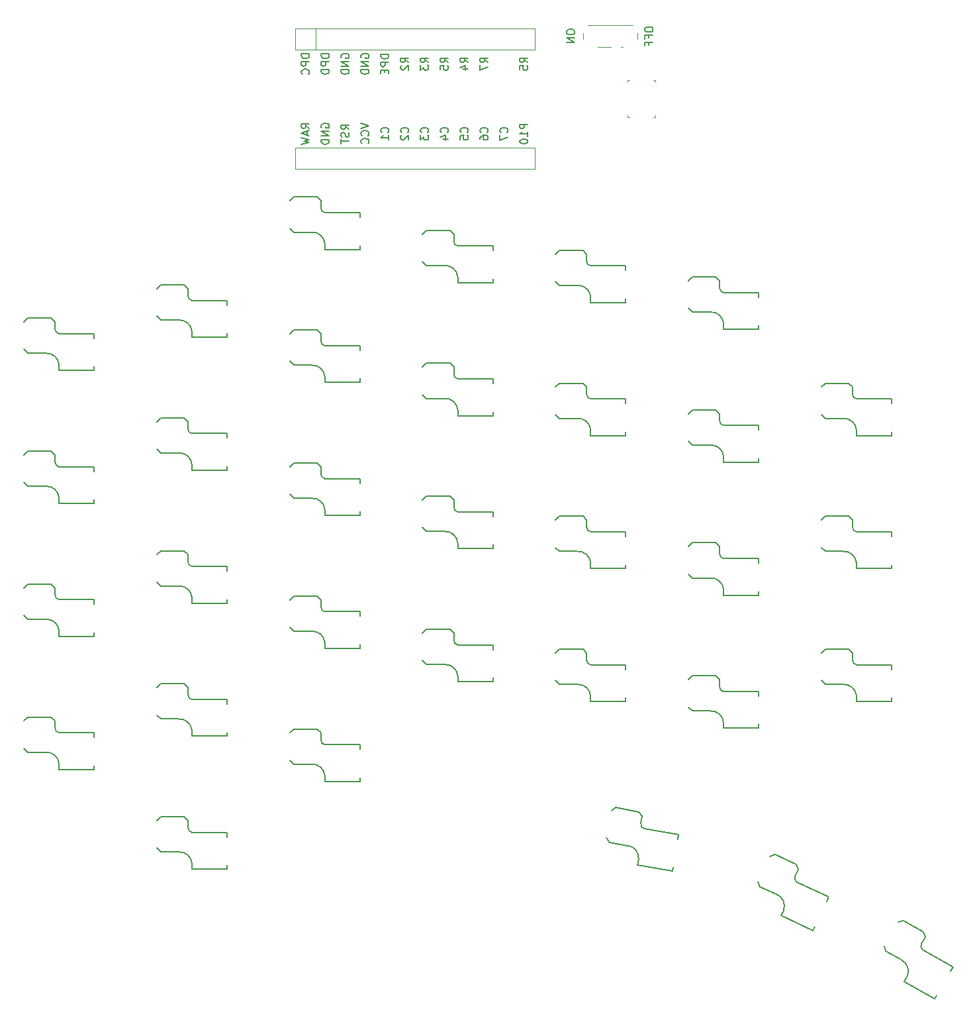
<source format=gbo>
G04 #@! TF.GenerationSoftware,KiCad,Pcbnew,8.0.8+1*
G04 #@! TF.CreationDate,2025-08-10T15:44:02+00:00*
G04 #@! TF.ProjectId,left_pcb,6c656674-5f70-4636-922e-6b696361645f,v0.2*
G04 #@! TF.SameCoordinates,Original*
G04 #@! TF.FileFunction,Legend,Bot*
G04 #@! TF.FilePolarity,Positive*
%FSLAX46Y46*%
G04 Gerber Fmt 4.6, Leading zero omitted, Abs format (unit mm)*
G04 Created by KiCad (PCBNEW 8.0.8+1) date 2025-08-10 15:44:02*
%MOMM*%
%LPD*%
G01*
G04 APERTURE LIST*
%ADD10C,0.150000*%
%ADD11C,0.120000*%
%ADD12C,0.100000*%
%ADD13C,1.800000*%
%ADD14C,2.300000*%
%ADD15O,1.850000X1.300000*%
%ADD16C,2.000000*%
%ADD17C,3.100000*%
%ADD18C,3.500000*%
%ADD19C,1.000000*%
G04 APERTURE END LIST*
D10*
X97444819Y-41133333D02*
X96968628Y-40800000D01*
X97444819Y-40561905D02*
X96444819Y-40561905D01*
X96444819Y-40561905D02*
X96444819Y-40942857D01*
X96444819Y-40942857D02*
X96492438Y-41038095D01*
X96492438Y-41038095D02*
X96540057Y-41085714D01*
X96540057Y-41085714D02*
X96635295Y-41133333D01*
X96635295Y-41133333D02*
X96778152Y-41133333D01*
X96778152Y-41133333D02*
X96873390Y-41085714D01*
X96873390Y-41085714D02*
X96921009Y-41038095D01*
X96921009Y-41038095D02*
X96968628Y-40942857D01*
X96968628Y-40942857D02*
X96968628Y-40561905D01*
X96444819Y-42038095D02*
X96444819Y-41561905D01*
X96444819Y-41561905D02*
X96921009Y-41514286D01*
X96921009Y-41514286D02*
X96873390Y-41561905D01*
X96873390Y-41561905D02*
X96825771Y-41657143D01*
X96825771Y-41657143D02*
X96825771Y-41895238D01*
X96825771Y-41895238D02*
X96873390Y-41990476D01*
X96873390Y-41990476D02*
X96921009Y-42038095D01*
X96921009Y-42038095D02*
X97016247Y-42085714D01*
X97016247Y-42085714D02*
X97254342Y-42085714D01*
X97254342Y-42085714D02*
X97349580Y-42038095D01*
X97349580Y-42038095D02*
X97397200Y-41990476D01*
X97397200Y-41990476D02*
X97444819Y-41895238D01*
X97444819Y-41895238D02*
X97444819Y-41657143D01*
X97444819Y-41657143D02*
X97397200Y-41561905D01*
X97397200Y-41561905D02*
X97349580Y-41514286D01*
X73632438Y-40538095D02*
X73584819Y-40442857D01*
X73584819Y-40442857D02*
X73584819Y-40300000D01*
X73584819Y-40300000D02*
X73632438Y-40157143D01*
X73632438Y-40157143D02*
X73727676Y-40061905D01*
X73727676Y-40061905D02*
X73822914Y-40014286D01*
X73822914Y-40014286D02*
X74013390Y-39966667D01*
X74013390Y-39966667D02*
X74156247Y-39966667D01*
X74156247Y-39966667D02*
X74346723Y-40014286D01*
X74346723Y-40014286D02*
X74441961Y-40061905D01*
X74441961Y-40061905D02*
X74537200Y-40157143D01*
X74537200Y-40157143D02*
X74584819Y-40300000D01*
X74584819Y-40300000D02*
X74584819Y-40395238D01*
X74584819Y-40395238D02*
X74537200Y-40538095D01*
X74537200Y-40538095D02*
X74489580Y-40585714D01*
X74489580Y-40585714D02*
X74156247Y-40585714D01*
X74156247Y-40585714D02*
X74156247Y-40395238D01*
X74584819Y-41014286D02*
X73584819Y-41014286D01*
X73584819Y-41014286D02*
X74584819Y-41585714D01*
X74584819Y-41585714D02*
X73584819Y-41585714D01*
X74584819Y-42061905D02*
X73584819Y-42061905D01*
X73584819Y-42061905D02*
X73584819Y-42300000D01*
X73584819Y-42300000D02*
X73632438Y-42442857D01*
X73632438Y-42442857D02*
X73727676Y-42538095D01*
X73727676Y-42538095D02*
X73822914Y-42585714D01*
X73822914Y-42585714D02*
X74013390Y-42633333D01*
X74013390Y-42633333D02*
X74156247Y-42633333D01*
X74156247Y-42633333D02*
X74346723Y-42585714D01*
X74346723Y-42585714D02*
X74441961Y-42538095D01*
X74441961Y-42538095D02*
X74537200Y-42442857D01*
X74537200Y-42442857D02*
X74584819Y-42300000D01*
X74584819Y-42300000D02*
X74584819Y-42061905D01*
X84649580Y-50073333D02*
X84697200Y-50025714D01*
X84697200Y-50025714D02*
X84744819Y-49882857D01*
X84744819Y-49882857D02*
X84744819Y-49787619D01*
X84744819Y-49787619D02*
X84697200Y-49644762D01*
X84697200Y-49644762D02*
X84601961Y-49549524D01*
X84601961Y-49549524D02*
X84506723Y-49501905D01*
X84506723Y-49501905D02*
X84316247Y-49454286D01*
X84316247Y-49454286D02*
X84173390Y-49454286D01*
X84173390Y-49454286D02*
X83982914Y-49501905D01*
X83982914Y-49501905D02*
X83887676Y-49549524D01*
X83887676Y-49549524D02*
X83792438Y-49644762D01*
X83792438Y-49644762D02*
X83744819Y-49787619D01*
X83744819Y-49787619D02*
X83744819Y-49882857D01*
X83744819Y-49882857D02*
X83792438Y-50025714D01*
X83792438Y-50025714D02*
X83840057Y-50073333D01*
X83744819Y-50406667D02*
X83744819Y-51025714D01*
X83744819Y-51025714D02*
X84125771Y-50692381D01*
X84125771Y-50692381D02*
X84125771Y-50835238D01*
X84125771Y-50835238D02*
X84173390Y-50930476D01*
X84173390Y-50930476D02*
X84221009Y-50978095D01*
X84221009Y-50978095D02*
X84316247Y-51025714D01*
X84316247Y-51025714D02*
X84554342Y-51025714D01*
X84554342Y-51025714D02*
X84649580Y-50978095D01*
X84649580Y-50978095D02*
X84697200Y-50930476D01*
X84697200Y-50930476D02*
X84744819Y-50835238D01*
X84744819Y-50835238D02*
X84744819Y-50549524D01*
X84744819Y-50549524D02*
X84697200Y-50454286D01*
X84697200Y-50454286D02*
X84649580Y-50406667D01*
X79664819Y-40085714D02*
X78664819Y-40085714D01*
X78664819Y-40085714D02*
X78664819Y-40323809D01*
X78664819Y-40323809D02*
X78712438Y-40466666D01*
X78712438Y-40466666D02*
X78807676Y-40561904D01*
X78807676Y-40561904D02*
X78902914Y-40609523D01*
X78902914Y-40609523D02*
X79093390Y-40657142D01*
X79093390Y-40657142D02*
X79236247Y-40657142D01*
X79236247Y-40657142D02*
X79426723Y-40609523D01*
X79426723Y-40609523D02*
X79521961Y-40561904D01*
X79521961Y-40561904D02*
X79617200Y-40466666D01*
X79617200Y-40466666D02*
X79664819Y-40323809D01*
X79664819Y-40323809D02*
X79664819Y-40085714D01*
X79664819Y-41085714D02*
X78664819Y-41085714D01*
X78664819Y-41085714D02*
X78664819Y-41466666D01*
X78664819Y-41466666D02*
X78712438Y-41561904D01*
X78712438Y-41561904D02*
X78760057Y-41609523D01*
X78760057Y-41609523D02*
X78855295Y-41657142D01*
X78855295Y-41657142D02*
X78998152Y-41657142D01*
X78998152Y-41657142D02*
X79093390Y-41609523D01*
X79093390Y-41609523D02*
X79141009Y-41561904D01*
X79141009Y-41561904D02*
X79188628Y-41466666D01*
X79188628Y-41466666D02*
X79188628Y-41085714D01*
X79141009Y-42085714D02*
X79141009Y-42419047D01*
X79664819Y-42561904D02*
X79664819Y-42085714D01*
X79664819Y-42085714D02*
X78664819Y-42085714D01*
X78664819Y-42085714D02*
X78664819Y-42561904D01*
X76172438Y-40538095D02*
X76124819Y-40442857D01*
X76124819Y-40442857D02*
X76124819Y-40300000D01*
X76124819Y-40300000D02*
X76172438Y-40157143D01*
X76172438Y-40157143D02*
X76267676Y-40061905D01*
X76267676Y-40061905D02*
X76362914Y-40014286D01*
X76362914Y-40014286D02*
X76553390Y-39966667D01*
X76553390Y-39966667D02*
X76696247Y-39966667D01*
X76696247Y-39966667D02*
X76886723Y-40014286D01*
X76886723Y-40014286D02*
X76981961Y-40061905D01*
X76981961Y-40061905D02*
X77077200Y-40157143D01*
X77077200Y-40157143D02*
X77124819Y-40300000D01*
X77124819Y-40300000D02*
X77124819Y-40395238D01*
X77124819Y-40395238D02*
X77077200Y-40538095D01*
X77077200Y-40538095D02*
X77029580Y-40585714D01*
X77029580Y-40585714D02*
X76696247Y-40585714D01*
X76696247Y-40585714D02*
X76696247Y-40395238D01*
X77124819Y-41014286D02*
X76124819Y-41014286D01*
X76124819Y-41014286D02*
X77124819Y-41585714D01*
X77124819Y-41585714D02*
X76124819Y-41585714D01*
X77124819Y-42061905D02*
X76124819Y-42061905D01*
X76124819Y-42061905D02*
X76124819Y-42300000D01*
X76124819Y-42300000D02*
X76172438Y-42442857D01*
X76172438Y-42442857D02*
X76267676Y-42538095D01*
X76267676Y-42538095D02*
X76362914Y-42585714D01*
X76362914Y-42585714D02*
X76553390Y-42633333D01*
X76553390Y-42633333D02*
X76696247Y-42633333D01*
X76696247Y-42633333D02*
X76886723Y-42585714D01*
X76886723Y-42585714D02*
X76981961Y-42538095D01*
X76981961Y-42538095D02*
X77077200Y-42442857D01*
X77077200Y-42442857D02*
X77124819Y-42300000D01*
X77124819Y-42300000D02*
X77124819Y-42061905D01*
X84744819Y-41133333D02*
X84268628Y-40800000D01*
X84744819Y-40561905D02*
X83744819Y-40561905D01*
X83744819Y-40561905D02*
X83744819Y-40942857D01*
X83744819Y-40942857D02*
X83792438Y-41038095D01*
X83792438Y-41038095D02*
X83840057Y-41085714D01*
X83840057Y-41085714D02*
X83935295Y-41133333D01*
X83935295Y-41133333D02*
X84078152Y-41133333D01*
X84078152Y-41133333D02*
X84173390Y-41085714D01*
X84173390Y-41085714D02*
X84221009Y-41038095D01*
X84221009Y-41038095D02*
X84268628Y-40942857D01*
X84268628Y-40942857D02*
X84268628Y-40561905D01*
X83744819Y-41466667D02*
X83744819Y-42085714D01*
X83744819Y-42085714D02*
X84125771Y-41752381D01*
X84125771Y-41752381D02*
X84125771Y-41895238D01*
X84125771Y-41895238D02*
X84173390Y-41990476D01*
X84173390Y-41990476D02*
X84221009Y-42038095D01*
X84221009Y-42038095D02*
X84316247Y-42085714D01*
X84316247Y-42085714D02*
X84554342Y-42085714D01*
X84554342Y-42085714D02*
X84649580Y-42038095D01*
X84649580Y-42038095D02*
X84697200Y-41990476D01*
X84697200Y-41990476D02*
X84744819Y-41895238D01*
X84744819Y-41895238D02*
X84744819Y-41609524D01*
X84744819Y-41609524D02*
X84697200Y-41514286D01*
X84697200Y-41514286D02*
X84649580Y-41466667D01*
X72044819Y-40038095D02*
X71044819Y-40038095D01*
X71044819Y-40038095D02*
X71044819Y-40276190D01*
X71044819Y-40276190D02*
X71092438Y-40419047D01*
X71092438Y-40419047D02*
X71187676Y-40514285D01*
X71187676Y-40514285D02*
X71282914Y-40561904D01*
X71282914Y-40561904D02*
X71473390Y-40609523D01*
X71473390Y-40609523D02*
X71616247Y-40609523D01*
X71616247Y-40609523D02*
X71806723Y-40561904D01*
X71806723Y-40561904D02*
X71901961Y-40514285D01*
X71901961Y-40514285D02*
X71997200Y-40419047D01*
X71997200Y-40419047D02*
X72044819Y-40276190D01*
X72044819Y-40276190D02*
X72044819Y-40038095D01*
X72044819Y-41038095D02*
X71044819Y-41038095D01*
X71044819Y-41038095D02*
X71044819Y-41419047D01*
X71044819Y-41419047D02*
X71092438Y-41514285D01*
X71092438Y-41514285D02*
X71140057Y-41561904D01*
X71140057Y-41561904D02*
X71235295Y-41609523D01*
X71235295Y-41609523D02*
X71378152Y-41609523D01*
X71378152Y-41609523D02*
X71473390Y-41561904D01*
X71473390Y-41561904D02*
X71521009Y-41514285D01*
X71521009Y-41514285D02*
X71568628Y-41419047D01*
X71568628Y-41419047D02*
X71568628Y-41038095D01*
X72044819Y-42038095D02*
X71044819Y-42038095D01*
X71044819Y-42038095D02*
X71044819Y-42276190D01*
X71044819Y-42276190D02*
X71092438Y-42419047D01*
X71092438Y-42419047D02*
X71187676Y-42514285D01*
X71187676Y-42514285D02*
X71282914Y-42561904D01*
X71282914Y-42561904D02*
X71473390Y-42609523D01*
X71473390Y-42609523D02*
X71616247Y-42609523D01*
X71616247Y-42609523D02*
X71806723Y-42561904D01*
X71806723Y-42561904D02*
X71901961Y-42514285D01*
X71901961Y-42514285D02*
X71997200Y-42419047D01*
X71997200Y-42419047D02*
X72044819Y-42276190D01*
X72044819Y-42276190D02*
X72044819Y-42038095D01*
X71092438Y-49478095D02*
X71044819Y-49382857D01*
X71044819Y-49382857D02*
X71044819Y-49240000D01*
X71044819Y-49240000D02*
X71092438Y-49097143D01*
X71092438Y-49097143D02*
X71187676Y-49001905D01*
X71187676Y-49001905D02*
X71282914Y-48954286D01*
X71282914Y-48954286D02*
X71473390Y-48906667D01*
X71473390Y-48906667D02*
X71616247Y-48906667D01*
X71616247Y-48906667D02*
X71806723Y-48954286D01*
X71806723Y-48954286D02*
X71901961Y-49001905D01*
X71901961Y-49001905D02*
X71997200Y-49097143D01*
X71997200Y-49097143D02*
X72044819Y-49240000D01*
X72044819Y-49240000D02*
X72044819Y-49335238D01*
X72044819Y-49335238D02*
X71997200Y-49478095D01*
X71997200Y-49478095D02*
X71949580Y-49525714D01*
X71949580Y-49525714D02*
X71616247Y-49525714D01*
X71616247Y-49525714D02*
X71616247Y-49335238D01*
X72044819Y-49954286D02*
X71044819Y-49954286D01*
X71044819Y-49954286D02*
X72044819Y-50525714D01*
X72044819Y-50525714D02*
X71044819Y-50525714D01*
X72044819Y-51001905D02*
X71044819Y-51001905D01*
X71044819Y-51001905D02*
X71044819Y-51240000D01*
X71044819Y-51240000D02*
X71092438Y-51382857D01*
X71092438Y-51382857D02*
X71187676Y-51478095D01*
X71187676Y-51478095D02*
X71282914Y-51525714D01*
X71282914Y-51525714D02*
X71473390Y-51573333D01*
X71473390Y-51573333D02*
X71616247Y-51573333D01*
X71616247Y-51573333D02*
X71806723Y-51525714D01*
X71806723Y-51525714D02*
X71901961Y-51478095D01*
X71901961Y-51478095D02*
X71997200Y-51382857D01*
X71997200Y-51382857D02*
X72044819Y-51240000D01*
X72044819Y-51240000D02*
X72044819Y-51001905D01*
X82109580Y-50073333D02*
X82157200Y-50025714D01*
X82157200Y-50025714D02*
X82204819Y-49882857D01*
X82204819Y-49882857D02*
X82204819Y-49787619D01*
X82204819Y-49787619D02*
X82157200Y-49644762D01*
X82157200Y-49644762D02*
X82061961Y-49549524D01*
X82061961Y-49549524D02*
X81966723Y-49501905D01*
X81966723Y-49501905D02*
X81776247Y-49454286D01*
X81776247Y-49454286D02*
X81633390Y-49454286D01*
X81633390Y-49454286D02*
X81442914Y-49501905D01*
X81442914Y-49501905D02*
X81347676Y-49549524D01*
X81347676Y-49549524D02*
X81252438Y-49644762D01*
X81252438Y-49644762D02*
X81204819Y-49787619D01*
X81204819Y-49787619D02*
X81204819Y-49882857D01*
X81204819Y-49882857D02*
X81252438Y-50025714D01*
X81252438Y-50025714D02*
X81300057Y-50073333D01*
X81300057Y-50454286D02*
X81252438Y-50501905D01*
X81252438Y-50501905D02*
X81204819Y-50597143D01*
X81204819Y-50597143D02*
X81204819Y-50835238D01*
X81204819Y-50835238D02*
X81252438Y-50930476D01*
X81252438Y-50930476D02*
X81300057Y-50978095D01*
X81300057Y-50978095D02*
X81395295Y-51025714D01*
X81395295Y-51025714D02*
X81490533Y-51025714D01*
X81490533Y-51025714D02*
X81633390Y-50978095D01*
X81633390Y-50978095D02*
X82204819Y-50406667D01*
X82204819Y-50406667D02*
X82204819Y-51025714D01*
X76124819Y-48906667D02*
X77124819Y-49240000D01*
X77124819Y-49240000D02*
X76124819Y-49573333D01*
X77029580Y-50478095D02*
X77077200Y-50430476D01*
X77077200Y-50430476D02*
X77124819Y-50287619D01*
X77124819Y-50287619D02*
X77124819Y-50192381D01*
X77124819Y-50192381D02*
X77077200Y-50049524D01*
X77077200Y-50049524D02*
X76981961Y-49954286D01*
X76981961Y-49954286D02*
X76886723Y-49906667D01*
X76886723Y-49906667D02*
X76696247Y-49859048D01*
X76696247Y-49859048D02*
X76553390Y-49859048D01*
X76553390Y-49859048D02*
X76362914Y-49906667D01*
X76362914Y-49906667D02*
X76267676Y-49954286D01*
X76267676Y-49954286D02*
X76172438Y-50049524D01*
X76172438Y-50049524D02*
X76124819Y-50192381D01*
X76124819Y-50192381D02*
X76124819Y-50287619D01*
X76124819Y-50287619D02*
X76172438Y-50430476D01*
X76172438Y-50430476D02*
X76220057Y-50478095D01*
X77029580Y-51478095D02*
X77077200Y-51430476D01*
X77077200Y-51430476D02*
X77124819Y-51287619D01*
X77124819Y-51287619D02*
X77124819Y-51192381D01*
X77124819Y-51192381D02*
X77077200Y-51049524D01*
X77077200Y-51049524D02*
X76981961Y-50954286D01*
X76981961Y-50954286D02*
X76886723Y-50906667D01*
X76886723Y-50906667D02*
X76696247Y-50859048D01*
X76696247Y-50859048D02*
X76553390Y-50859048D01*
X76553390Y-50859048D02*
X76362914Y-50906667D01*
X76362914Y-50906667D02*
X76267676Y-50954286D01*
X76267676Y-50954286D02*
X76172438Y-51049524D01*
X76172438Y-51049524D02*
X76124819Y-51192381D01*
X76124819Y-51192381D02*
X76124819Y-51287619D01*
X76124819Y-51287619D02*
X76172438Y-51430476D01*
X76172438Y-51430476D02*
X76220057Y-51478095D01*
X69504819Y-49549523D02*
X69028628Y-49216190D01*
X69504819Y-48978095D02*
X68504819Y-48978095D01*
X68504819Y-48978095D02*
X68504819Y-49359047D01*
X68504819Y-49359047D02*
X68552438Y-49454285D01*
X68552438Y-49454285D02*
X68600057Y-49501904D01*
X68600057Y-49501904D02*
X68695295Y-49549523D01*
X68695295Y-49549523D02*
X68838152Y-49549523D01*
X68838152Y-49549523D02*
X68933390Y-49501904D01*
X68933390Y-49501904D02*
X68981009Y-49454285D01*
X68981009Y-49454285D02*
X69028628Y-49359047D01*
X69028628Y-49359047D02*
X69028628Y-48978095D01*
X69219104Y-49930476D02*
X69219104Y-50406666D01*
X69504819Y-49835238D02*
X68504819Y-50168571D01*
X68504819Y-50168571D02*
X69504819Y-50501904D01*
X68504819Y-50740000D02*
X69504819Y-50978095D01*
X69504819Y-50978095D02*
X68790533Y-51168571D01*
X68790533Y-51168571D02*
X69504819Y-51359047D01*
X69504819Y-51359047D02*
X68504819Y-51597143D01*
X79569580Y-50073333D02*
X79617200Y-50025714D01*
X79617200Y-50025714D02*
X79664819Y-49882857D01*
X79664819Y-49882857D02*
X79664819Y-49787619D01*
X79664819Y-49787619D02*
X79617200Y-49644762D01*
X79617200Y-49644762D02*
X79521961Y-49549524D01*
X79521961Y-49549524D02*
X79426723Y-49501905D01*
X79426723Y-49501905D02*
X79236247Y-49454286D01*
X79236247Y-49454286D02*
X79093390Y-49454286D01*
X79093390Y-49454286D02*
X78902914Y-49501905D01*
X78902914Y-49501905D02*
X78807676Y-49549524D01*
X78807676Y-49549524D02*
X78712438Y-49644762D01*
X78712438Y-49644762D02*
X78664819Y-49787619D01*
X78664819Y-49787619D02*
X78664819Y-49882857D01*
X78664819Y-49882857D02*
X78712438Y-50025714D01*
X78712438Y-50025714D02*
X78760057Y-50073333D01*
X79664819Y-51025714D02*
X79664819Y-50454286D01*
X79664819Y-50740000D02*
X78664819Y-50740000D01*
X78664819Y-50740000D02*
X78807676Y-50644762D01*
X78807676Y-50644762D02*
X78902914Y-50549524D01*
X78902914Y-50549524D02*
X78950533Y-50454286D01*
X82204819Y-41133333D02*
X81728628Y-40800000D01*
X82204819Y-40561905D02*
X81204819Y-40561905D01*
X81204819Y-40561905D02*
X81204819Y-40942857D01*
X81204819Y-40942857D02*
X81252438Y-41038095D01*
X81252438Y-41038095D02*
X81300057Y-41085714D01*
X81300057Y-41085714D02*
X81395295Y-41133333D01*
X81395295Y-41133333D02*
X81538152Y-41133333D01*
X81538152Y-41133333D02*
X81633390Y-41085714D01*
X81633390Y-41085714D02*
X81681009Y-41038095D01*
X81681009Y-41038095D02*
X81728628Y-40942857D01*
X81728628Y-40942857D02*
X81728628Y-40561905D01*
X81300057Y-41514286D02*
X81252438Y-41561905D01*
X81252438Y-41561905D02*
X81204819Y-41657143D01*
X81204819Y-41657143D02*
X81204819Y-41895238D01*
X81204819Y-41895238D02*
X81252438Y-41990476D01*
X81252438Y-41990476D02*
X81300057Y-42038095D01*
X81300057Y-42038095D02*
X81395295Y-42085714D01*
X81395295Y-42085714D02*
X81490533Y-42085714D01*
X81490533Y-42085714D02*
X81633390Y-42038095D01*
X81633390Y-42038095D02*
X82204819Y-41466667D01*
X82204819Y-41466667D02*
X82204819Y-42085714D01*
X89729580Y-50073333D02*
X89777200Y-50025714D01*
X89777200Y-50025714D02*
X89824819Y-49882857D01*
X89824819Y-49882857D02*
X89824819Y-49787619D01*
X89824819Y-49787619D02*
X89777200Y-49644762D01*
X89777200Y-49644762D02*
X89681961Y-49549524D01*
X89681961Y-49549524D02*
X89586723Y-49501905D01*
X89586723Y-49501905D02*
X89396247Y-49454286D01*
X89396247Y-49454286D02*
X89253390Y-49454286D01*
X89253390Y-49454286D02*
X89062914Y-49501905D01*
X89062914Y-49501905D02*
X88967676Y-49549524D01*
X88967676Y-49549524D02*
X88872438Y-49644762D01*
X88872438Y-49644762D02*
X88824819Y-49787619D01*
X88824819Y-49787619D02*
X88824819Y-49882857D01*
X88824819Y-49882857D02*
X88872438Y-50025714D01*
X88872438Y-50025714D02*
X88920057Y-50073333D01*
X88824819Y-50978095D02*
X88824819Y-50501905D01*
X88824819Y-50501905D02*
X89301009Y-50454286D01*
X89301009Y-50454286D02*
X89253390Y-50501905D01*
X89253390Y-50501905D02*
X89205771Y-50597143D01*
X89205771Y-50597143D02*
X89205771Y-50835238D01*
X89205771Y-50835238D02*
X89253390Y-50930476D01*
X89253390Y-50930476D02*
X89301009Y-50978095D01*
X89301009Y-50978095D02*
X89396247Y-51025714D01*
X89396247Y-51025714D02*
X89634342Y-51025714D01*
X89634342Y-51025714D02*
X89729580Y-50978095D01*
X89729580Y-50978095D02*
X89777200Y-50930476D01*
X89777200Y-50930476D02*
X89824819Y-50835238D01*
X89824819Y-50835238D02*
X89824819Y-50597143D01*
X89824819Y-50597143D02*
X89777200Y-50501905D01*
X89777200Y-50501905D02*
X89729580Y-50454286D01*
X92269580Y-50073333D02*
X92317200Y-50025714D01*
X92317200Y-50025714D02*
X92364819Y-49882857D01*
X92364819Y-49882857D02*
X92364819Y-49787619D01*
X92364819Y-49787619D02*
X92317200Y-49644762D01*
X92317200Y-49644762D02*
X92221961Y-49549524D01*
X92221961Y-49549524D02*
X92126723Y-49501905D01*
X92126723Y-49501905D02*
X91936247Y-49454286D01*
X91936247Y-49454286D02*
X91793390Y-49454286D01*
X91793390Y-49454286D02*
X91602914Y-49501905D01*
X91602914Y-49501905D02*
X91507676Y-49549524D01*
X91507676Y-49549524D02*
X91412438Y-49644762D01*
X91412438Y-49644762D02*
X91364819Y-49787619D01*
X91364819Y-49787619D02*
X91364819Y-49882857D01*
X91364819Y-49882857D02*
X91412438Y-50025714D01*
X91412438Y-50025714D02*
X91460057Y-50073333D01*
X91364819Y-50930476D02*
X91364819Y-50740000D01*
X91364819Y-50740000D02*
X91412438Y-50644762D01*
X91412438Y-50644762D02*
X91460057Y-50597143D01*
X91460057Y-50597143D02*
X91602914Y-50501905D01*
X91602914Y-50501905D02*
X91793390Y-50454286D01*
X91793390Y-50454286D02*
X92174342Y-50454286D01*
X92174342Y-50454286D02*
X92269580Y-50501905D01*
X92269580Y-50501905D02*
X92317200Y-50549524D01*
X92317200Y-50549524D02*
X92364819Y-50644762D01*
X92364819Y-50644762D02*
X92364819Y-50835238D01*
X92364819Y-50835238D02*
X92317200Y-50930476D01*
X92317200Y-50930476D02*
X92269580Y-50978095D01*
X92269580Y-50978095D02*
X92174342Y-51025714D01*
X92174342Y-51025714D02*
X91936247Y-51025714D01*
X91936247Y-51025714D02*
X91841009Y-50978095D01*
X91841009Y-50978095D02*
X91793390Y-50930476D01*
X91793390Y-50930476D02*
X91745771Y-50835238D01*
X91745771Y-50835238D02*
X91745771Y-50644762D01*
X91745771Y-50644762D02*
X91793390Y-50549524D01*
X91793390Y-50549524D02*
X91841009Y-50501905D01*
X91841009Y-50501905D02*
X91936247Y-50454286D01*
X92364819Y-41133333D02*
X91888628Y-40800000D01*
X92364819Y-40561905D02*
X91364819Y-40561905D01*
X91364819Y-40561905D02*
X91364819Y-40942857D01*
X91364819Y-40942857D02*
X91412438Y-41038095D01*
X91412438Y-41038095D02*
X91460057Y-41085714D01*
X91460057Y-41085714D02*
X91555295Y-41133333D01*
X91555295Y-41133333D02*
X91698152Y-41133333D01*
X91698152Y-41133333D02*
X91793390Y-41085714D01*
X91793390Y-41085714D02*
X91841009Y-41038095D01*
X91841009Y-41038095D02*
X91888628Y-40942857D01*
X91888628Y-40942857D02*
X91888628Y-40561905D01*
X91364819Y-41466667D02*
X91364819Y-42133333D01*
X91364819Y-42133333D02*
X92364819Y-41704762D01*
X74584819Y-49692380D02*
X74108628Y-49359047D01*
X74584819Y-49120952D02*
X73584819Y-49120952D01*
X73584819Y-49120952D02*
X73584819Y-49501904D01*
X73584819Y-49501904D02*
X73632438Y-49597142D01*
X73632438Y-49597142D02*
X73680057Y-49644761D01*
X73680057Y-49644761D02*
X73775295Y-49692380D01*
X73775295Y-49692380D02*
X73918152Y-49692380D01*
X73918152Y-49692380D02*
X74013390Y-49644761D01*
X74013390Y-49644761D02*
X74061009Y-49597142D01*
X74061009Y-49597142D02*
X74108628Y-49501904D01*
X74108628Y-49501904D02*
X74108628Y-49120952D01*
X74537200Y-50073333D02*
X74584819Y-50216190D01*
X74584819Y-50216190D02*
X74584819Y-50454285D01*
X74584819Y-50454285D02*
X74537200Y-50549523D01*
X74537200Y-50549523D02*
X74489580Y-50597142D01*
X74489580Y-50597142D02*
X74394342Y-50644761D01*
X74394342Y-50644761D02*
X74299104Y-50644761D01*
X74299104Y-50644761D02*
X74203866Y-50597142D01*
X74203866Y-50597142D02*
X74156247Y-50549523D01*
X74156247Y-50549523D02*
X74108628Y-50454285D01*
X74108628Y-50454285D02*
X74061009Y-50263809D01*
X74061009Y-50263809D02*
X74013390Y-50168571D01*
X74013390Y-50168571D02*
X73965771Y-50120952D01*
X73965771Y-50120952D02*
X73870533Y-50073333D01*
X73870533Y-50073333D02*
X73775295Y-50073333D01*
X73775295Y-50073333D02*
X73680057Y-50120952D01*
X73680057Y-50120952D02*
X73632438Y-50168571D01*
X73632438Y-50168571D02*
X73584819Y-50263809D01*
X73584819Y-50263809D02*
X73584819Y-50501904D01*
X73584819Y-50501904D02*
X73632438Y-50644761D01*
X73584819Y-50930476D02*
X73584819Y-51501904D01*
X74584819Y-51216190D02*
X73584819Y-51216190D01*
X87189580Y-50073333D02*
X87237200Y-50025714D01*
X87237200Y-50025714D02*
X87284819Y-49882857D01*
X87284819Y-49882857D02*
X87284819Y-49787619D01*
X87284819Y-49787619D02*
X87237200Y-49644762D01*
X87237200Y-49644762D02*
X87141961Y-49549524D01*
X87141961Y-49549524D02*
X87046723Y-49501905D01*
X87046723Y-49501905D02*
X86856247Y-49454286D01*
X86856247Y-49454286D02*
X86713390Y-49454286D01*
X86713390Y-49454286D02*
X86522914Y-49501905D01*
X86522914Y-49501905D02*
X86427676Y-49549524D01*
X86427676Y-49549524D02*
X86332438Y-49644762D01*
X86332438Y-49644762D02*
X86284819Y-49787619D01*
X86284819Y-49787619D02*
X86284819Y-49882857D01*
X86284819Y-49882857D02*
X86332438Y-50025714D01*
X86332438Y-50025714D02*
X86380057Y-50073333D01*
X86618152Y-50930476D02*
X87284819Y-50930476D01*
X86237200Y-50692381D02*
X86951485Y-50454286D01*
X86951485Y-50454286D02*
X86951485Y-51073333D01*
X97444819Y-49025714D02*
X96444819Y-49025714D01*
X96444819Y-49025714D02*
X96444819Y-49406666D01*
X96444819Y-49406666D02*
X96492438Y-49501904D01*
X96492438Y-49501904D02*
X96540057Y-49549523D01*
X96540057Y-49549523D02*
X96635295Y-49597142D01*
X96635295Y-49597142D02*
X96778152Y-49597142D01*
X96778152Y-49597142D02*
X96873390Y-49549523D01*
X96873390Y-49549523D02*
X96921009Y-49501904D01*
X96921009Y-49501904D02*
X96968628Y-49406666D01*
X96968628Y-49406666D02*
X96968628Y-49025714D01*
X97444819Y-50549523D02*
X97444819Y-49978095D01*
X97444819Y-50263809D02*
X96444819Y-50263809D01*
X96444819Y-50263809D02*
X96587676Y-50168571D01*
X96587676Y-50168571D02*
X96682914Y-50073333D01*
X96682914Y-50073333D02*
X96730533Y-49978095D01*
X96444819Y-51168571D02*
X96444819Y-51263809D01*
X96444819Y-51263809D02*
X96492438Y-51359047D01*
X96492438Y-51359047D02*
X96540057Y-51406666D01*
X96540057Y-51406666D02*
X96635295Y-51454285D01*
X96635295Y-51454285D02*
X96825771Y-51501904D01*
X96825771Y-51501904D02*
X97063866Y-51501904D01*
X97063866Y-51501904D02*
X97254342Y-51454285D01*
X97254342Y-51454285D02*
X97349580Y-51406666D01*
X97349580Y-51406666D02*
X97397200Y-51359047D01*
X97397200Y-51359047D02*
X97444819Y-51263809D01*
X97444819Y-51263809D02*
X97444819Y-51168571D01*
X97444819Y-51168571D02*
X97397200Y-51073333D01*
X97397200Y-51073333D02*
X97349580Y-51025714D01*
X97349580Y-51025714D02*
X97254342Y-50978095D01*
X97254342Y-50978095D02*
X97063866Y-50930476D01*
X97063866Y-50930476D02*
X96825771Y-50930476D01*
X96825771Y-50930476D02*
X96635295Y-50978095D01*
X96635295Y-50978095D02*
X96540057Y-51025714D01*
X96540057Y-51025714D02*
X96492438Y-51073333D01*
X96492438Y-51073333D02*
X96444819Y-51168571D01*
X94809580Y-50073333D02*
X94857200Y-50025714D01*
X94857200Y-50025714D02*
X94904819Y-49882857D01*
X94904819Y-49882857D02*
X94904819Y-49787619D01*
X94904819Y-49787619D02*
X94857200Y-49644762D01*
X94857200Y-49644762D02*
X94761961Y-49549524D01*
X94761961Y-49549524D02*
X94666723Y-49501905D01*
X94666723Y-49501905D02*
X94476247Y-49454286D01*
X94476247Y-49454286D02*
X94333390Y-49454286D01*
X94333390Y-49454286D02*
X94142914Y-49501905D01*
X94142914Y-49501905D02*
X94047676Y-49549524D01*
X94047676Y-49549524D02*
X93952438Y-49644762D01*
X93952438Y-49644762D02*
X93904819Y-49787619D01*
X93904819Y-49787619D02*
X93904819Y-49882857D01*
X93904819Y-49882857D02*
X93952438Y-50025714D01*
X93952438Y-50025714D02*
X94000057Y-50073333D01*
X93904819Y-50406667D02*
X93904819Y-51073333D01*
X93904819Y-51073333D02*
X94904819Y-50644762D01*
X89824819Y-41133333D02*
X89348628Y-40800000D01*
X89824819Y-40561905D02*
X88824819Y-40561905D01*
X88824819Y-40561905D02*
X88824819Y-40942857D01*
X88824819Y-40942857D02*
X88872438Y-41038095D01*
X88872438Y-41038095D02*
X88920057Y-41085714D01*
X88920057Y-41085714D02*
X89015295Y-41133333D01*
X89015295Y-41133333D02*
X89158152Y-41133333D01*
X89158152Y-41133333D02*
X89253390Y-41085714D01*
X89253390Y-41085714D02*
X89301009Y-41038095D01*
X89301009Y-41038095D02*
X89348628Y-40942857D01*
X89348628Y-40942857D02*
X89348628Y-40561905D01*
X89158152Y-41990476D02*
X89824819Y-41990476D01*
X88777200Y-41752381D02*
X89491485Y-41514286D01*
X89491485Y-41514286D02*
X89491485Y-42133333D01*
X87284819Y-41133333D02*
X86808628Y-40800000D01*
X87284819Y-40561905D02*
X86284819Y-40561905D01*
X86284819Y-40561905D02*
X86284819Y-40942857D01*
X86284819Y-40942857D02*
X86332438Y-41038095D01*
X86332438Y-41038095D02*
X86380057Y-41085714D01*
X86380057Y-41085714D02*
X86475295Y-41133333D01*
X86475295Y-41133333D02*
X86618152Y-41133333D01*
X86618152Y-41133333D02*
X86713390Y-41085714D01*
X86713390Y-41085714D02*
X86761009Y-41038095D01*
X86761009Y-41038095D02*
X86808628Y-40942857D01*
X86808628Y-40942857D02*
X86808628Y-40561905D01*
X86284819Y-42038095D02*
X86284819Y-41561905D01*
X86284819Y-41561905D02*
X86761009Y-41514286D01*
X86761009Y-41514286D02*
X86713390Y-41561905D01*
X86713390Y-41561905D02*
X86665771Y-41657143D01*
X86665771Y-41657143D02*
X86665771Y-41895238D01*
X86665771Y-41895238D02*
X86713390Y-41990476D01*
X86713390Y-41990476D02*
X86761009Y-42038095D01*
X86761009Y-42038095D02*
X86856247Y-42085714D01*
X86856247Y-42085714D02*
X87094342Y-42085714D01*
X87094342Y-42085714D02*
X87189580Y-42038095D01*
X87189580Y-42038095D02*
X87237200Y-41990476D01*
X87237200Y-41990476D02*
X87284819Y-41895238D01*
X87284819Y-41895238D02*
X87284819Y-41657143D01*
X87284819Y-41657143D02*
X87237200Y-41561905D01*
X87237200Y-41561905D02*
X87189580Y-41514286D01*
X69504819Y-40038095D02*
X68504819Y-40038095D01*
X68504819Y-40038095D02*
X68504819Y-40276190D01*
X68504819Y-40276190D02*
X68552438Y-40419047D01*
X68552438Y-40419047D02*
X68647676Y-40514285D01*
X68647676Y-40514285D02*
X68742914Y-40561904D01*
X68742914Y-40561904D02*
X68933390Y-40609523D01*
X68933390Y-40609523D02*
X69076247Y-40609523D01*
X69076247Y-40609523D02*
X69266723Y-40561904D01*
X69266723Y-40561904D02*
X69361961Y-40514285D01*
X69361961Y-40514285D02*
X69457200Y-40419047D01*
X69457200Y-40419047D02*
X69504819Y-40276190D01*
X69504819Y-40276190D02*
X69504819Y-40038095D01*
X69504819Y-41038095D02*
X68504819Y-41038095D01*
X68504819Y-41038095D02*
X68504819Y-41419047D01*
X68504819Y-41419047D02*
X68552438Y-41514285D01*
X68552438Y-41514285D02*
X68600057Y-41561904D01*
X68600057Y-41561904D02*
X68695295Y-41609523D01*
X68695295Y-41609523D02*
X68838152Y-41609523D01*
X68838152Y-41609523D02*
X68933390Y-41561904D01*
X68933390Y-41561904D02*
X68981009Y-41514285D01*
X68981009Y-41514285D02*
X69028628Y-41419047D01*
X69028628Y-41419047D02*
X69028628Y-41038095D01*
X69409580Y-42609523D02*
X69457200Y-42561904D01*
X69457200Y-42561904D02*
X69504819Y-42419047D01*
X69504819Y-42419047D02*
X69504819Y-42323809D01*
X69504819Y-42323809D02*
X69457200Y-42180952D01*
X69457200Y-42180952D02*
X69361961Y-42085714D01*
X69361961Y-42085714D02*
X69266723Y-42038095D01*
X69266723Y-42038095D02*
X69076247Y-41990476D01*
X69076247Y-41990476D02*
X68933390Y-41990476D01*
X68933390Y-41990476D02*
X68742914Y-42038095D01*
X68742914Y-42038095D02*
X68647676Y-42085714D01*
X68647676Y-42085714D02*
X68552438Y-42180952D01*
X68552438Y-42180952D02*
X68504819Y-42323809D01*
X68504819Y-42323809D02*
X68504819Y-42419047D01*
X68504819Y-42419047D02*
X68552438Y-42561904D01*
X68552438Y-42561904D02*
X68600057Y-42609523D01*
X102454819Y-37150952D02*
X102454819Y-37341428D01*
X102454819Y-37341428D02*
X102502438Y-37436666D01*
X102502438Y-37436666D02*
X102597676Y-37531904D01*
X102597676Y-37531904D02*
X102788152Y-37579523D01*
X102788152Y-37579523D02*
X103121485Y-37579523D01*
X103121485Y-37579523D02*
X103311961Y-37531904D01*
X103311961Y-37531904D02*
X103407200Y-37436666D01*
X103407200Y-37436666D02*
X103454819Y-37341428D01*
X103454819Y-37341428D02*
X103454819Y-37150952D01*
X103454819Y-37150952D02*
X103407200Y-37055714D01*
X103407200Y-37055714D02*
X103311961Y-36960476D01*
X103311961Y-36960476D02*
X103121485Y-36912857D01*
X103121485Y-36912857D02*
X102788152Y-36912857D01*
X102788152Y-36912857D02*
X102597676Y-36960476D01*
X102597676Y-36960476D02*
X102502438Y-37055714D01*
X102502438Y-37055714D02*
X102454819Y-37150952D01*
X103454819Y-38008095D02*
X102454819Y-38008095D01*
X102454819Y-38008095D02*
X103454819Y-38579523D01*
X103454819Y-38579523D02*
X102454819Y-38579523D01*
X112454819Y-36817619D02*
X112454819Y-37008095D01*
X112454819Y-37008095D02*
X112502438Y-37103333D01*
X112502438Y-37103333D02*
X112597676Y-37198571D01*
X112597676Y-37198571D02*
X112788152Y-37246190D01*
X112788152Y-37246190D02*
X113121485Y-37246190D01*
X113121485Y-37246190D02*
X113311961Y-37198571D01*
X113311961Y-37198571D02*
X113407200Y-37103333D01*
X113407200Y-37103333D02*
X113454819Y-37008095D01*
X113454819Y-37008095D02*
X113454819Y-36817619D01*
X113454819Y-36817619D02*
X113407200Y-36722381D01*
X113407200Y-36722381D02*
X113311961Y-36627143D01*
X113311961Y-36627143D02*
X113121485Y-36579524D01*
X113121485Y-36579524D02*
X112788152Y-36579524D01*
X112788152Y-36579524D02*
X112597676Y-36627143D01*
X112597676Y-36627143D02*
X112502438Y-36722381D01*
X112502438Y-36722381D02*
X112454819Y-36817619D01*
X112931009Y-38008095D02*
X112931009Y-37674762D01*
X113454819Y-37674762D02*
X112454819Y-37674762D01*
X112454819Y-37674762D02*
X112454819Y-38150952D01*
X112931009Y-38865238D02*
X112931009Y-38531905D01*
X113454819Y-38531905D02*
X112454819Y-38531905D01*
X112454819Y-38531905D02*
X112454819Y-39008095D01*
D11*
X67720000Y-36820000D02*
X67720000Y-39480000D01*
X67720000Y-36820000D02*
X98320000Y-36820000D01*
X67720000Y-39480000D02*
X98320000Y-39480000D01*
X67720000Y-52060000D02*
X67720000Y-54720000D01*
X67720000Y-52060000D02*
X98320000Y-52060000D01*
X67720000Y-54720000D02*
X98320000Y-54720000D01*
X70320000Y-36820000D02*
X70320000Y-39480000D01*
X98320000Y-36820000D02*
X98320000Y-39480000D01*
X98320000Y-52060000D02*
X98320000Y-54720000D01*
D10*
X84500000Y-62580000D02*
X84000000Y-63080000D01*
X84500000Y-67080000D02*
X84000000Y-66580000D01*
X86800000Y-67080000D02*
X84500000Y-67080000D01*
X87500000Y-62580000D02*
X84500000Y-62580000D01*
X88000000Y-63080000D02*
X87500000Y-62580000D01*
X88000000Y-63080000D02*
X88000000Y-64000000D01*
X88500000Y-69280000D02*
X88500000Y-68580000D01*
X88520000Y-64580000D02*
X93000000Y-64580000D01*
X93000000Y-64580000D02*
X93000000Y-65180000D01*
X93000000Y-68780000D02*
X93000000Y-69280000D01*
X93000000Y-69280000D02*
X88500000Y-69280000D01*
X86800000Y-67080000D02*
G75*
G02*
X88500000Y-68560000I110000J-1590000D01*
G01*
X88520000Y-64580000D02*
G75*
G02*
X88000000Y-64000000I30000J550000D01*
G01*
X67500000Y-75330000D02*
X67000000Y-75830000D01*
X67500000Y-79830000D02*
X67000000Y-79330000D01*
X69800000Y-79830000D02*
X67500000Y-79830000D01*
X70500000Y-75330000D02*
X67500000Y-75330000D01*
X71000000Y-75830000D02*
X70500000Y-75330000D01*
X71000000Y-75830000D02*
X71000000Y-76750000D01*
X71500000Y-82030000D02*
X71500000Y-81330000D01*
X71520000Y-77330000D02*
X76000000Y-77330000D01*
X76000000Y-77330000D02*
X76000000Y-77930000D01*
X76000000Y-81530000D02*
X76000000Y-82030000D01*
X76000000Y-82030000D02*
X71500000Y-82030000D01*
X69800000Y-79830000D02*
G75*
G02*
X71500000Y-81310000I110000J-1590000D01*
G01*
X71520000Y-77330000D02*
G75*
G02*
X71000000Y-76750000I30000J550000D01*
G01*
X143244267Y-154695876D02*
X143061254Y-154012863D01*
X145236125Y-155845876D02*
X143244267Y-154695876D01*
X145494267Y-150798762D02*
X144811254Y-150981774D01*
X145608369Y-158601132D02*
X145958369Y-157994914D01*
X147975689Y-154540812D02*
X151855483Y-156780812D01*
X148092343Y-152298762D02*
X145494267Y-150798762D01*
X148275356Y-152981774D02*
X147815356Y-153778518D01*
X148275356Y-152981774D02*
X148092343Y-152298762D01*
X149505483Y-160851132D02*
X145608369Y-158601132D01*
X149755483Y-160418119D02*
X149505483Y-160851132D01*
X151855483Y-156780812D02*
X151555483Y-157300428D01*
X145236125Y-155845876D02*
G75*
G02*
X145968368Y-157977593I-699737J-1431980D01*
G01*
X147975689Y-154540812D02*
G75*
G02*
X147815357Y-153778518I300981J461313D01*
G01*
X118500000Y-68530000D02*
X118000000Y-69030000D01*
X118500000Y-73030000D02*
X118000000Y-72530000D01*
X120800000Y-73030000D02*
X118500000Y-73030000D01*
X121500000Y-68530000D02*
X118500000Y-68530000D01*
X122000000Y-69030000D02*
X121500000Y-68530000D01*
X122000000Y-69030000D02*
X122000000Y-69950000D01*
X122500000Y-75230000D02*
X122500000Y-74530000D01*
X122520000Y-70530000D02*
X127000000Y-70530000D01*
X127000000Y-70530000D02*
X127000000Y-71130000D01*
X127000000Y-74730000D02*
X127000000Y-75230000D01*
X127000000Y-75230000D02*
X122500000Y-75230000D01*
X120800000Y-73030000D02*
G75*
G02*
X122500000Y-74510000I110000J-1590000D01*
G01*
X122520000Y-70530000D02*
G75*
G02*
X122000000Y-69950000I30000J550000D01*
G01*
X67500000Y-126330000D02*
X67000000Y-126830000D01*
X67500000Y-130830000D02*
X67000000Y-130330000D01*
X69800000Y-130830000D02*
X67500000Y-130830000D01*
X70500000Y-126330000D02*
X67500000Y-126330000D01*
X71000000Y-126830000D02*
X70500000Y-126330000D01*
X71000000Y-126830000D02*
X71000000Y-127750000D01*
X71500000Y-133030000D02*
X71500000Y-132330000D01*
X71520000Y-128330000D02*
X76000000Y-128330000D01*
X76000000Y-128330000D02*
X76000000Y-128930000D01*
X76000000Y-132530000D02*
X76000000Y-133030000D01*
X76000000Y-133030000D02*
X71500000Y-133030000D01*
X69800000Y-130830000D02*
G75*
G02*
X71500000Y-132310000I110000J-1590000D01*
G01*
X71520000Y-128330000D02*
G75*
G02*
X71000000Y-127750000I30000J550000D01*
G01*
X50500000Y-103550000D02*
X50000000Y-104050000D01*
X50500000Y-108050000D02*
X50000000Y-107550000D01*
X52800000Y-108050000D02*
X50500000Y-108050000D01*
X53500000Y-103550000D02*
X50500000Y-103550000D01*
X54000000Y-104050000D02*
X53500000Y-103550000D01*
X54000000Y-104050000D02*
X54000000Y-104970000D01*
X54500000Y-110250000D02*
X54500000Y-109550000D01*
X54520000Y-105550000D02*
X59000000Y-105550000D01*
X59000000Y-105550000D02*
X59000000Y-106150000D01*
X59000000Y-109750000D02*
X59000000Y-110250000D01*
X59000000Y-110250000D02*
X54500000Y-110250000D01*
X52800000Y-108050000D02*
G75*
G02*
X54500000Y-109530000I110000J-1590000D01*
G01*
X54520000Y-105550000D02*
G75*
G02*
X54000000Y-104970000I30000J550000D01*
G01*
X101500000Y-99130000D02*
X101000000Y-99630000D01*
X101500000Y-103630000D02*
X101000000Y-103130000D01*
X103800000Y-103630000D02*
X101500000Y-103630000D01*
X104500000Y-99130000D02*
X101500000Y-99130000D01*
X105000000Y-99630000D02*
X104500000Y-99130000D01*
X105000000Y-99630000D02*
X105000000Y-100550000D01*
X105500000Y-105830000D02*
X105500000Y-105130000D01*
X105520000Y-101130000D02*
X110000000Y-101130000D01*
X110000000Y-101130000D02*
X110000000Y-101730000D01*
X110000000Y-105330000D02*
X110000000Y-105830000D01*
X110000000Y-105830000D02*
X105500000Y-105830000D01*
X103800000Y-103630000D02*
G75*
G02*
X105500000Y-105110000I110000J-1590000D01*
G01*
X105520000Y-101130000D02*
G75*
G02*
X105000000Y-100550000I30000J550000D01*
G01*
X118500000Y-119530000D02*
X118000000Y-120030000D01*
X118500000Y-124030000D02*
X118000000Y-123530000D01*
X120800000Y-124030000D02*
X118500000Y-124030000D01*
X121500000Y-119530000D02*
X118500000Y-119530000D01*
X122000000Y-120030000D02*
X121500000Y-119530000D01*
X122000000Y-120030000D02*
X122000000Y-120950000D01*
X122500000Y-126230000D02*
X122500000Y-125530000D01*
X122520000Y-121530000D02*
X127000000Y-121530000D01*
X127000000Y-121530000D02*
X127000000Y-122130000D01*
X127000000Y-125730000D02*
X127000000Y-126230000D01*
X127000000Y-126230000D02*
X122500000Y-126230000D01*
X120800000Y-124030000D02*
G75*
G02*
X122500000Y-125510000I110000J-1590000D01*
G01*
X122520000Y-121530000D02*
G75*
G02*
X122000000Y-120950000I30000J550000D01*
G01*
X135500000Y-82130000D02*
X135000000Y-82630000D01*
X135500000Y-86630000D02*
X135000000Y-86130000D01*
X137800000Y-86630000D02*
X135500000Y-86630000D01*
X138500000Y-82130000D02*
X135500000Y-82130000D01*
X139000000Y-82630000D02*
X138500000Y-82130000D01*
X139000000Y-82630000D02*
X139000000Y-83550000D01*
X139500000Y-88830000D02*
X139500000Y-88130000D01*
X139520000Y-84130000D02*
X144000000Y-84130000D01*
X144000000Y-84130000D02*
X144000000Y-84730000D01*
X144000000Y-88330000D02*
X144000000Y-88830000D01*
X144000000Y-88830000D02*
X139500000Y-88830000D01*
X137800000Y-86630000D02*
G75*
G02*
X139500000Y-88110000I110000J-1590000D01*
G01*
X139520000Y-84130000D02*
G75*
G02*
X139000000Y-83550000I30000J550000D01*
G01*
X135500000Y-99130000D02*
X135000000Y-99630000D01*
X135500000Y-103630000D02*
X135000000Y-103130000D01*
X137800000Y-103630000D02*
X135500000Y-103630000D01*
X138500000Y-99130000D02*
X135500000Y-99130000D01*
X139000000Y-99630000D02*
X138500000Y-99130000D01*
X139000000Y-99630000D02*
X139000000Y-100550000D01*
X139500000Y-105830000D02*
X139500000Y-105130000D01*
X139520000Y-101130000D02*
X144000000Y-101130000D01*
X144000000Y-101130000D02*
X144000000Y-101730000D01*
X144000000Y-105330000D02*
X144000000Y-105830000D01*
X144000000Y-105830000D02*
X139500000Y-105830000D01*
X137800000Y-103630000D02*
G75*
G02*
X139500000Y-105110000I110000J-1590000D01*
G01*
X139520000Y-101130000D02*
G75*
G02*
X139000000Y-100550000I30000J550000D01*
G01*
X50500000Y-69550000D02*
X50000000Y-70050000D01*
X50500000Y-74050000D02*
X50000000Y-73550000D01*
X52800000Y-74050000D02*
X50500000Y-74050000D01*
X53500000Y-69550000D02*
X50500000Y-69550000D01*
X54000000Y-70050000D02*
X53500000Y-69550000D01*
X54000000Y-70050000D02*
X54000000Y-70970000D01*
X54500000Y-76250000D02*
X54500000Y-75550000D01*
X54520000Y-71550000D02*
X59000000Y-71550000D01*
X59000000Y-71550000D02*
X59000000Y-72150000D01*
X59000000Y-75750000D02*
X59000000Y-76250000D01*
X59000000Y-76250000D02*
X54500000Y-76250000D01*
X52800000Y-74050000D02*
G75*
G02*
X54500000Y-75530000I110000J-1590000D01*
G01*
X54520000Y-71550000D02*
G75*
G02*
X54000000Y-70970000I30000J550000D01*
G01*
X127174954Y-146478248D02*
X126933109Y-145813785D01*
X129076736Y-142399863D02*
X128412273Y-142641708D01*
X129259462Y-147450270D02*
X127174954Y-146478248D01*
X129870425Y-150162598D02*
X130166259Y-149528183D01*
X131795659Y-143667718D02*
X129076736Y-142399863D01*
X131874857Y-145911404D02*
X135935116Y-147804734D01*
X132037504Y-144332181D02*
X131648695Y-145165984D01*
X132037504Y-144332181D02*
X131795659Y-143667718D01*
X133948810Y-152064380D02*
X129870425Y-150162598D01*
X134160119Y-151611226D02*
X133948810Y-152064380D01*
X135935116Y-147804734D02*
X135681545Y-148348518D01*
X129259462Y-147450270D02*
G75*
G02*
X130174710Y-149510056I-572269J-1487517D01*
G01*
X131874857Y-145911404D02*
G75*
G02*
X131648695Y-145165984I259629J485791D01*
G01*
X84500000Y-96580000D02*
X84000000Y-97080000D01*
X84500000Y-101080000D02*
X84000000Y-100580000D01*
X86800000Y-101080000D02*
X84500000Y-101080000D01*
X87500000Y-96580000D02*
X84500000Y-96580000D01*
X88000000Y-97080000D02*
X87500000Y-96580000D01*
X88000000Y-97080000D02*
X88000000Y-98000000D01*
X88500000Y-103280000D02*
X88500000Y-102580000D01*
X88520000Y-98580000D02*
X93000000Y-98580000D01*
X93000000Y-98580000D02*
X93000000Y-99180000D01*
X93000000Y-102780000D02*
X93000000Y-103280000D01*
X93000000Y-103280000D02*
X88500000Y-103280000D01*
X86800000Y-101080000D02*
G75*
G02*
X88500000Y-102560000I110000J-1590000D01*
G01*
X88520000Y-98580000D02*
G75*
G02*
X88000000Y-98000000I30000J550000D01*
G01*
X84500000Y-113580000D02*
X84000000Y-114080000D01*
X84500000Y-118080000D02*
X84000000Y-117580000D01*
X86800000Y-118080000D02*
X84500000Y-118080000D01*
X87500000Y-113580000D02*
X84500000Y-113580000D01*
X88000000Y-114080000D02*
X87500000Y-113580000D01*
X88000000Y-114080000D02*
X88000000Y-115000000D01*
X88500000Y-120280000D02*
X88500000Y-119580000D01*
X88520000Y-115580000D02*
X93000000Y-115580000D01*
X93000000Y-115580000D02*
X93000000Y-116180000D01*
X93000000Y-119780000D02*
X93000000Y-120280000D01*
X93000000Y-120280000D02*
X88500000Y-120280000D01*
X86800000Y-118080000D02*
G75*
G02*
X88500000Y-119560000I110000J-1590000D01*
G01*
X88520000Y-115580000D02*
G75*
G02*
X88000000Y-115000000I30000J550000D01*
G01*
X135500000Y-116130000D02*
X135000000Y-116630000D01*
X135500000Y-120630000D02*
X135000000Y-120130000D01*
X137800000Y-120630000D02*
X135500000Y-120630000D01*
X138500000Y-116130000D02*
X135500000Y-116130000D01*
X139000000Y-116630000D02*
X138500000Y-116130000D01*
X139000000Y-116630000D02*
X139000000Y-117550000D01*
X139500000Y-122830000D02*
X139500000Y-122130000D01*
X139520000Y-118130000D02*
X144000000Y-118130000D01*
X144000000Y-118130000D02*
X144000000Y-118730000D01*
X144000000Y-122330000D02*
X144000000Y-122830000D01*
X144000000Y-122830000D02*
X139500000Y-122830000D01*
X137800000Y-120630000D02*
G75*
G02*
X139500000Y-122110000I110000J-1590000D01*
G01*
X139520000Y-118130000D02*
G75*
G02*
X139000000Y-117550000I30000J550000D01*
G01*
X33500000Y-107800000D02*
X33000000Y-108300000D01*
X33500000Y-112300000D02*
X33000000Y-111800000D01*
X35800000Y-112300000D02*
X33500000Y-112300000D01*
X36500000Y-107800000D02*
X33500000Y-107800000D01*
X37000000Y-108300000D02*
X36500000Y-107800000D01*
X37000000Y-108300000D02*
X37000000Y-109220000D01*
X37500000Y-114500000D02*
X37500000Y-113800000D01*
X37520000Y-109800000D02*
X42000000Y-109800000D01*
X42000000Y-109800000D02*
X42000000Y-110400000D01*
X42000000Y-114000000D02*
X42000000Y-114500000D01*
X42000000Y-114500000D02*
X37500000Y-114500000D01*
X35800000Y-112300000D02*
G75*
G02*
X37500000Y-113780000I110000J-1590000D01*
G01*
X37520000Y-109800000D02*
G75*
G02*
X37000000Y-109220000I30000J550000D01*
G01*
X67500000Y-109330000D02*
X67000000Y-109830000D01*
X67500000Y-113830000D02*
X67000000Y-113330000D01*
X69800000Y-113830000D02*
X67500000Y-113830000D01*
X70500000Y-109330000D02*
X67500000Y-109330000D01*
X71000000Y-109830000D02*
X70500000Y-109330000D01*
X71000000Y-109830000D02*
X71000000Y-110750000D01*
X71500000Y-116030000D02*
X71500000Y-115330000D01*
X71520000Y-111330000D02*
X76000000Y-111330000D01*
X76000000Y-111330000D02*
X76000000Y-111930000D01*
X76000000Y-115530000D02*
X76000000Y-116030000D01*
X76000000Y-116030000D02*
X71500000Y-116030000D01*
X69800000Y-113830000D02*
G75*
G02*
X71500000Y-115310000I110000J-1590000D01*
G01*
X71520000Y-111330000D02*
G75*
G02*
X71000000Y-110750000I30000J550000D01*
G01*
X101500000Y-82130000D02*
X101000000Y-82630000D01*
X101500000Y-86630000D02*
X101000000Y-86130000D01*
X103800000Y-86630000D02*
X101500000Y-86630000D01*
X104500000Y-82130000D02*
X101500000Y-82130000D01*
X105000000Y-82630000D02*
X104500000Y-82130000D01*
X105000000Y-82630000D02*
X105000000Y-83550000D01*
X105500000Y-88830000D02*
X105500000Y-88130000D01*
X105520000Y-84130000D02*
X110000000Y-84130000D01*
X110000000Y-84130000D02*
X110000000Y-84730000D01*
X110000000Y-88330000D02*
X110000000Y-88830000D01*
X110000000Y-88830000D02*
X105500000Y-88830000D01*
X103800000Y-86630000D02*
G75*
G02*
X105500000Y-88110000I110000J-1590000D01*
G01*
X105520000Y-84130000D02*
G75*
G02*
X105000000Y-83550000I30000J550000D01*
G01*
X50500000Y-137550000D02*
X50000000Y-138050000D01*
X50500000Y-142050000D02*
X50000000Y-141550000D01*
X52800000Y-142050000D02*
X50500000Y-142050000D01*
X53500000Y-137550000D02*
X50500000Y-137550000D01*
X54000000Y-138050000D02*
X53500000Y-137550000D01*
X54000000Y-138050000D02*
X54000000Y-138970000D01*
X54500000Y-144250000D02*
X54500000Y-143550000D01*
X54520000Y-139550000D02*
X59000000Y-139550000D01*
X59000000Y-139550000D02*
X59000000Y-140150000D01*
X59000000Y-143750000D02*
X59000000Y-144250000D01*
X59000000Y-144250000D02*
X54500000Y-144250000D01*
X52800000Y-142050000D02*
G75*
G02*
X54500000Y-143530000I110000J-1590000D01*
G01*
X54520000Y-139550000D02*
G75*
G02*
X54000000Y-138970000I30000J550000D01*
G01*
D11*
X104550000Y-38145000D02*
X104550000Y-37355000D01*
X105150000Y-36345000D02*
X110850000Y-36345000D01*
X106400000Y-39195000D02*
X108100000Y-39195000D01*
X109400000Y-39195000D02*
X109600000Y-39195000D01*
X111450000Y-37355000D02*
X111450000Y-38145000D01*
D10*
X101500000Y-65130000D02*
X101000000Y-65630000D01*
X101500000Y-69630000D02*
X101000000Y-69130000D01*
X103800000Y-69630000D02*
X101500000Y-69630000D01*
X104500000Y-65130000D02*
X101500000Y-65130000D01*
X105000000Y-65630000D02*
X104500000Y-65130000D01*
X105000000Y-65630000D02*
X105000000Y-66550000D01*
X105500000Y-71830000D02*
X105500000Y-71130000D01*
X105520000Y-67130000D02*
X110000000Y-67130000D01*
X110000000Y-67130000D02*
X110000000Y-67730000D01*
X110000000Y-71330000D02*
X110000000Y-71830000D01*
X110000000Y-71830000D02*
X105500000Y-71830000D01*
X103800000Y-69630000D02*
G75*
G02*
X105500000Y-71110000I110000J-1590000D01*
G01*
X105520000Y-67130000D02*
G75*
G02*
X105000000Y-66550000I30000J550000D01*
G01*
X67500000Y-58330000D02*
X67000000Y-58830000D01*
X67500000Y-62830000D02*
X67000000Y-62330000D01*
X69800000Y-62830000D02*
X67500000Y-62830000D01*
X70500000Y-58330000D02*
X67500000Y-58330000D01*
X71000000Y-58830000D02*
X70500000Y-58330000D01*
X71000000Y-58830000D02*
X71000000Y-59750000D01*
X71500000Y-65030000D02*
X71500000Y-64330000D01*
X71520000Y-60330000D02*
X76000000Y-60330000D01*
X76000000Y-60330000D02*
X76000000Y-60930000D01*
X76000000Y-64530000D02*
X76000000Y-65030000D01*
X76000000Y-65030000D02*
X71500000Y-65030000D01*
X69800000Y-62830000D02*
G75*
G02*
X71500000Y-64310000I110000J-1590000D01*
G01*
X71520000Y-60330000D02*
G75*
G02*
X71000000Y-59750000I30000J550000D01*
G01*
X33500000Y-73800000D02*
X33000000Y-74300000D01*
X33500000Y-78300000D02*
X33000000Y-77800000D01*
X35800000Y-78300000D02*
X33500000Y-78300000D01*
X36500000Y-73800000D02*
X33500000Y-73800000D01*
X37000000Y-74300000D02*
X36500000Y-73800000D01*
X37000000Y-74300000D02*
X37000000Y-75220000D01*
X37500000Y-80500000D02*
X37500000Y-79800000D01*
X37520000Y-75800000D02*
X42000000Y-75800000D01*
X42000000Y-75800000D02*
X42000000Y-76400000D01*
X42000000Y-80000000D02*
X42000000Y-80500000D01*
X42000000Y-80500000D02*
X37500000Y-80500000D01*
X35800000Y-78300000D02*
G75*
G02*
X37500000Y-79780000I110000J-1590000D01*
G01*
X37520000Y-75800000D02*
G75*
G02*
X37000000Y-75220000I30000J550000D01*
G01*
X33500000Y-90800000D02*
X33000000Y-91300000D01*
X33500000Y-95300000D02*
X33000000Y-94800000D01*
X35800000Y-95300000D02*
X33500000Y-95300000D01*
X36500000Y-90800000D02*
X33500000Y-90800000D01*
X37000000Y-91300000D02*
X36500000Y-90800000D01*
X37000000Y-91300000D02*
X37000000Y-92220000D01*
X37500000Y-97500000D02*
X37500000Y-96800000D01*
X37520000Y-92800000D02*
X42000000Y-92800000D01*
X42000000Y-92800000D02*
X42000000Y-93400000D01*
X42000000Y-97000000D02*
X42000000Y-97500000D01*
X42000000Y-97500000D02*
X37500000Y-97500000D01*
X35800000Y-95300000D02*
G75*
G02*
X37500000Y-96780000I110000J-1590000D01*
G01*
X37520000Y-92800000D02*
G75*
G02*
X37000000Y-92220000I30000J550000D01*
G01*
X118500000Y-85530000D02*
X118000000Y-86030000D01*
X118500000Y-90030000D02*
X118000000Y-89530000D01*
X120800000Y-90030000D02*
X118500000Y-90030000D01*
X121500000Y-85530000D02*
X118500000Y-85530000D01*
X122000000Y-86030000D02*
X121500000Y-85530000D01*
X122000000Y-86030000D02*
X122000000Y-86950000D01*
X122500000Y-92230000D02*
X122500000Y-91530000D01*
X122520000Y-87530000D02*
X127000000Y-87530000D01*
X127000000Y-87530000D02*
X127000000Y-88130000D01*
X127000000Y-91730000D02*
X127000000Y-92230000D01*
X127000000Y-92230000D02*
X122500000Y-92230000D01*
X120800000Y-90030000D02*
G75*
G02*
X122500000Y-91510000I110000J-1590000D01*
G01*
X122520000Y-87530000D02*
G75*
G02*
X122000000Y-86950000I30000J550000D01*
G01*
X67500000Y-92330000D02*
X67000000Y-92830000D01*
X67500000Y-96830000D02*
X67000000Y-96330000D01*
X69800000Y-96830000D02*
X67500000Y-96830000D01*
X70500000Y-92330000D02*
X67500000Y-92330000D01*
X71000000Y-92830000D02*
X70500000Y-92330000D01*
X71000000Y-92830000D02*
X71000000Y-93750000D01*
X71500000Y-99030000D02*
X71500000Y-98330000D01*
X71520000Y-94330000D02*
X76000000Y-94330000D01*
X76000000Y-94330000D02*
X76000000Y-94930000D01*
X76000000Y-98530000D02*
X76000000Y-99030000D01*
X76000000Y-99030000D02*
X71500000Y-99030000D01*
X69800000Y-96830000D02*
G75*
G02*
X71500000Y-98310000I110000J-1590000D01*
G01*
X71520000Y-94330000D02*
G75*
G02*
X71000000Y-93750000I30000J550000D01*
G01*
X50500000Y-120550000D02*
X50000000Y-121050000D01*
X50500000Y-125050000D02*
X50000000Y-124550000D01*
X52800000Y-125050000D02*
X50500000Y-125050000D01*
X53500000Y-120550000D02*
X50500000Y-120550000D01*
X54000000Y-121050000D02*
X53500000Y-120550000D01*
X54000000Y-121050000D02*
X54000000Y-121970000D01*
X54500000Y-127250000D02*
X54500000Y-126550000D01*
X54520000Y-122550000D02*
X59000000Y-122550000D01*
X59000000Y-122550000D02*
X59000000Y-123150000D01*
X59000000Y-126750000D02*
X59000000Y-127250000D01*
X59000000Y-127250000D02*
X54500000Y-127250000D01*
X52800000Y-125050000D02*
G75*
G02*
X54500000Y-126530000I110000J-1590000D01*
G01*
X54520000Y-122550000D02*
G75*
G02*
X54000000Y-121970000I30000J550000D01*
G01*
D12*
X110250000Y-43670000D02*
X110250000Y-43420000D01*
X110250000Y-47870000D02*
X110250000Y-48120000D01*
X110500000Y-43420000D02*
X110250000Y-43420000D01*
X110500000Y-48120000D02*
X110250000Y-48120000D01*
X113500000Y-43420000D02*
X113750000Y-43420000D01*
X113500000Y-48120000D02*
X113750000Y-48120000D01*
X113750000Y-43670000D02*
X113750000Y-43420000D01*
X113750000Y-47870000D02*
X113750000Y-48120000D01*
D10*
X50500000Y-86550000D02*
X50000000Y-87050000D01*
X50500000Y-91050000D02*
X50000000Y-90550000D01*
X52800000Y-91050000D02*
X50500000Y-91050000D01*
X53500000Y-86550000D02*
X50500000Y-86550000D01*
X54000000Y-87050000D02*
X53500000Y-86550000D01*
X54000000Y-87050000D02*
X54000000Y-87970000D01*
X54500000Y-93250000D02*
X54500000Y-92550000D01*
X54520000Y-88550000D02*
X59000000Y-88550000D01*
X59000000Y-88550000D02*
X59000000Y-89150000D01*
X59000000Y-92750000D02*
X59000000Y-93250000D01*
X59000000Y-93250000D02*
X54500000Y-93250000D01*
X52800000Y-91050000D02*
G75*
G02*
X54500000Y-92530000I110000J-1590000D01*
G01*
X54520000Y-88550000D02*
G75*
G02*
X54000000Y-87970000I30000J550000D01*
G01*
X84500000Y-79580000D02*
X84000000Y-80080000D01*
X84500000Y-84080000D02*
X84000000Y-83580000D01*
X86800000Y-84080000D02*
X84500000Y-84080000D01*
X87500000Y-79580000D02*
X84500000Y-79580000D01*
X88000000Y-80080000D02*
X87500000Y-79580000D01*
X88000000Y-80080000D02*
X88000000Y-81000000D01*
X88500000Y-86280000D02*
X88500000Y-85580000D01*
X88520000Y-81580000D02*
X93000000Y-81580000D01*
X93000000Y-81580000D02*
X93000000Y-82180000D01*
X93000000Y-85780000D02*
X93000000Y-86280000D01*
X93000000Y-86280000D02*
X88500000Y-86280000D01*
X86800000Y-84080000D02*
G75*
G02*
X88500000Y-85560000I110000J-1590000D01*
G01*
X88520000Y-81580000D02*
G75*
G02*
X88000000Y-81000000I30000J550000D01*
G01*
X101500000Y-116130000D02*
X101000000Y-116630000D01*
X101500000Y-120630000D02*
X101000000Y-120130000D01*
X103800000Y-120630000D02*
X101500000Y-120630000D01*
X104500000Y-116130000D02*
X101500000Y-116130000D01*
X105000000Y-116630000D02*
X104500000Y-116130000D01*
X105000000Y-116630000D02*
X105000000Y-117550000D01*
X105500000Y-122830000D02*
X105500000Y-122130000D01*
X105520000Y-118130000D02*
X110000000Y-118130000D01*
X110000000Y-118130000D02*
X110000000Y-118730000D01*
X110000000Y-122330000D02*
X110000000Y-122830000D01*
X110000000Y-122830000D02*
X105500000Y-122830000D01*
X103800000Y-120630000D02*
G75*
G02*
X105500000Y-122110000I110000J-1590000D01*
G01*
X105520000Y-118130000D02*
G75*
G02*
X105000000Y-117550000I30000J550000D01*
G01*
X33500000Y-124800000D02*
X33000000Y-125300000D01*
X33500000Y-129300000D02*
X33000000Y-128800000D01*
X35800000Y-129300000D02*
X33500000Y-129300000D01*
X36500000Y-124800000D02*
X33500000Y-124800000D01*
X37000000Y-125300000D02*
X36500000Y-124800000D01*
X37000000Y-125300000D02*
X37000000Y-126220000D01*
X37500000Y-131500000D02*
X37500000Y-130800000D01*
X37520000Y-126800000D02*
X42000000Y-126800000D01*
X42000000Y-126800000D02*
X42000000Y-127400000D01*
X42000000Y-131000000D02*
X42000000Y-131500000D01*
X42000000Y-131500000D02*
X37500000Y-131500000D01*
X35800000Y-129300000D02*
G75*
G02*
X37500000Y-130780000I110000J-1590000D01*
G01*
X37520000Y-126800000D02*
G75*
G02*
X37000000Y-126220000I30000J550000D01*
G01*
X118500000Y-102530000D02*
X118000000Y-103030000D01*
X118500000Y-107030000D02*
X118000000Y-106530000D01*
X120800000Y-107030000D02*
X118500000Y-107030000D01*
X121500000Y-102530000D02*
X118500000Y-102530000D01*
X122000000Y-103030000D02*
X121500000Y-102530000D01*
X122000000Y-103030000D02*
X122000000Y-103950000D01*
X122500000Y-109230000D02*
X122500000Y-108530000D01*
X122520000Y-104530000D02*
X127000000Y-104530000D01*
X127000000Y-104530000D02*
X127000000Y-105130000D01*
X127000000Y-108730000D02*
X127000000Y-109230000D01*
X127000000Y-109230000D02*
X122500000Y-109230000D01*
X120800000Y-107030000D02*
G75*
G02*
X122500000Y-108510000I110000J-1590000D01*
G01*
X122520000Y-104530000D02*
G75*
G02*
X122000000Y-103950000I30000J550000D01*
G01*
X107945287Y-140825739D02*
X107539707Y-140246511D01*
X108726703Y-136394104D02*
X108147475Y-136799684D01*
X110210344Y-141225130D02*
X107945287Y-140825739D01*
X111502492Y-143686909D02*
X111624045Y-142997543D01*
X111681127Y-136915049D02*
X108726703Y-136394104D01*
X112086706Y-137494277D02*
X111681127Y-136915049D01*
X112086706Y-137494277D02*
X111926950Y-138400300D01*
X112338334Y-139061785D02*
X116750273Y-139839729D01*
X115934128Y-144468326D02*
X111502492Y-143686909D01*
X116020951Y-143975922D02*
X115934128Y-144468326D01*
X116750273Y-139839729D02*
X116646084Y-140430614D01*
X110210344Y-141225130D02*
G75*
G02*
X111627518Y-142977847I-167771J-1584945D01*
G01*
X112338334Y-139061785D02*
G75*
G02*
X111926951Y-138400300I125051J536434D01*
G01*
%LPC*%
D13*
X69050000Y-38150000D03*
X71590000Y-38150000D03*
X74130000Y-38150000D03*
X76670000Y-38150000D03*
X79210000Y-38150000D03*
X81750000Y-38150000D03*
X84290000Y-38150000D03*
X86830000Y-38150000D03*
X89370000Y-38150000D03*
X91910000Y-38150000D03*
X94450000Y-38150000D03*
X96990000Y-38150000D03*
X96990000Y-53390000D03*
X94450000Y-53390000D03*
X91910000Y-53390000D03*
X89370000Y-53390000D03*
X86830000Y-53390000D03*
X84290000Y-53390000D03*
X81750000Y-53390000D03*
X79210000Y-53390000D03*
X76670000Y-53390000D03*
X74130000Y-53390000D03*
X71590000Y-53390000D03*
X69050000Y-53390000D03*
X94450000Y-40690000D03*
X94450000Y-43230000D03*
X94450000Y-45770000D03*
D14*
X29050000Y-138950000D03*
G36*
G01*
X113335000Y-54120000D02*
X114665000Y-54120000D01*
G75*
G02*
X114925000Y-54380000I0J-260000D01*
G01*
X114925000Y-55160000D01*
G75*
G02*
X114665000Y-55420000I-260000J0D01*
G01*
X113335000Y-55420000D01*
G75*
G02*
X113075000Y-55160000I0J260000D01*
G01*
X113075000Y-54380000D01*
G75*
G02*
X113335000Y-54120000I260000J0D01*
G01*
G37*
D15*
X114000000Y-56770000D03*
D14*
X114050000Y-82680000D03*
X29050000Y-87950000D03*
X114050000Y-133680000D03*
X119063618Y-153343467D03*
D16*
X80500000Y-70780000D03*
D17*
X86000000Y-64830000D03*
D18*
X86000000Y-70780000D03*
D17*
X91000000Y-67030000D03*
D16*
X91500000Y-70780000D03*
G36*
G01*
X81375000Y-66130000D02*
X81375000Y-63530000D01*
G75*
G02*
X81425000Y-63480000I50000J0D01*
G01*
X84025000Y-63480000D01*
G75*
G02*
X84075000Y-63530000I0J-50000D01*
G01*
X84075000Y-66130000D01*
G75*
G02*
X84025000Y-66180000I-50000J0D01*
G01*
X81425000Y-66180000D01*
G75*
G02*
X81375000Y-66130000I0J50000D01*
G01*
G37*
G36*
G01*
X92925000Y-68330000D02*
X92925000Y-65730000D01*
G75*
G02*
X92975000Y-65680000I50000J0D01*
G01*
X95575000Y-65680000D01*
G75*
G02*
X95625000Y-65730000I0J-50000D01*
G01*
X95625000Y-68330000D01*
G75*
G02*
X95575000Y-68380000I-50000J0D01*
G01*
X92975000Y-68380000D01*
G75*
G02*
X92925000Y-68330000I0J50000D01*
G01*
G37*
X63500000Y-83530000D03*
D17*
X69000000Y-77580000D03*
D18*
X69000000Y-83530000D03*
D17*
X74000000Y-79780000D03*
D16*
X74500000Y-83530000D03*
G36*
G01*
X64375000Y-78880000D02*
X64375000Y-76280000D01*
G75*
G02*
X64425000Y-76230000I50000J0D01*
G01*
X67025000Y-76230000D01*
G75*
G02*
X67075000Y-76280000I0J-50000D01*
G01*
X67075000Y-78880000D01*
G75*
G02*
X67025000Y-78930000I-50000J0D01*
G01*
X64425000Y-78930000D01*
G75*
G02*
X64375000Y-78880000I0J50000D01*
G01*
G37*
G36*
G01*
X75925000Y-81080000D02*
X75925000Y-78480000D01*
G75*
G02*
X75975000Y-78430000I50000J0D01*
G01*
X78575000Y-78430000D01*
G75*
G02*
X78625000Y-78480000I0J-50000D01*
G01*
X78625000Y-81080000D01*
G75*
G02*
X78575000Y-81130000I-50000J0D01*
G01*
X75975000Y-81130000D01*
G75*
G02*
X75925000Y-81080000I0J50000D01*
G01*
G37*
X137930165Y-155900170D03*
D17*
X145668305Y-153497319D03*
D18*
X142693305Y-158650170D03*
D17*
X148898432Y-157902575D03*
D16*
X147456445Y-161400170D03*
G36*
G01*
X141012938Y-152310652D02*
X142312938Y-150058986D01*
G75*
G02*
X142381239Y-150040685I43301J-25000D01*
G01*
X144632905Y-151340685D01*
G75*
G02*
X144651206Y-151408986I-25000J-43301D01*
G01*
X143351206Y-153660652D01*
G75*
G02*
X143282905Y-153678953I-43301J25000D01*
G01*
X141031239Y-152378953D01*
G75*
G02*
X141012938Y-152310652I25000J43301D01*
G01*
G37*
G36*
G01*
X149915531Y-159990908D02*
X151215531Y-157739242D01*
G75*
G02*
X151283832Y-157720941I43301J-25000D01*
G01*
X153535498Y-159020941D01*
G75*
G02*
X153553799Y-159089242I-25000J-43301D01*
G01*
X152253799Y-161340908D01*
G75*
G02*
X152185498Y-161359209I-43301J25000D01*
G01*
X149933832Y-160059209D01*
G75*
G02*
X149915531Y-159990908I25000J43301D01*
G01*
G37*
X114500000Y-76730000D03*
D17*
X120000000Y-70780000D03*
D18*
X120000000Y-76730000D03*
D17*
X125000000Y-72980000D03*
D16*
X125500000Y-76730000D03*
G36*
G01*
X115375000Y-72080000D02*
X115375000Y-69480000D01*
G75*
G02*
X115425000Y-69430000I50000J0D01*
G01*
X118025000Y-69430000D01*
G75*
G02*
X118075000Y-69480000I0J-50000D01*
G01*
X118075000Y-72080000D01*
G75*
G02*
X118025000Y-72130000I-50000J0D01*
G01*
X115425000Y-72130000D01*
G75*
G02*
X115375000Y-72080000I0J50000D01*
G01*
G37*
G36*
G01*
X126925000Y-74280000D02*
X126925000Y-71680000D01*
G75*
G02*
X126975000Y-71630000I50000J0D01*
G01*
X129575000Y-71630000D01*
G75*
G02*
X129625000Y-71680000I0J-50000D01*
G01*
X129625000Y-74280000D01*
G75*
G02*
X129575000Y-74330000I-50000J0D01*
G01*
X126975000Y-74330000D01*
G75*
G02*
X126925000Y-74280000I0J50000D01*
G01*
G37*
X63500000Y-134530000D03*
D17*
X69000000Y-128580000D03*
D18*
X69000000Y-134530000D03*
D17*
X74000000Y-130780000D03*
D16*
X74500000Y-134530000D03*
G36*
G01*
X64375000Y-129880000D02*
X64375000Y-127280000D01*
G75*
G02*
X64425000Y-127230000I50000J0D01*
G01*
X67025000Y-127230000D01*
G75*
G02*
X67075000Y-127280000I0J-50000D01*
G01*
X67075000Y-129880000D01*
G75*
G02*
X67025000Y-129930000I-50000J0D01*
G01*
X64425000Y-129930000D01*
G75*
G02*
X64375000Y-129880000I0J50000D01*
G01*
G37*
G36*
G01*
X75925000Y-132080000D02*
X75925000Y-129480000D01*
G75*
G02*
X75975000Y-129430000I50000J0D01*
G01*
X78575000Y-129430000D01*
G75*
G02*
X78625000Y-129480000I0J-50000D01*
G01*
X78625000Y-132080000D01*
G75*
G02*
X78575000Y-132130000I-50000J0D01*
G01*
X75975000Y-132130000D01*
G75*
G02*
X75925000Y-132080000I0J50000D01*
G01*
G37*
X46500000Y-111750000D03*
D17*
X52000000Y-105800000D03*
D18*
X52000000Y-111750000D03*
D17*
X57000000Y-108000000D03*
D16*
X57500000Y-111750000D03*
G36*
G01*
X47375000Y-107100000D02*
X47375000Y-104500000D01*
G75*
G02*
X47425000Y-104450000I50000J0D01*
G01*
X50025000Y-104450000D01*
G75*
G02*
X50075000Y-104500000I0J-50000D01*
G01*
X50075000Y-107100000D01*
G75*
G02*
X50025000Y-107150000I-50000J0D01*
G01*
X47425000Y-107150000D01*
G75*
G02*
X47375000Y-107100000I0J50000D01*
G01*
G37*
G36*
G01*
X58925000Y-109300000D02*
X58925000Y-106700000D01*
G75*
G02*
X58975000Y-106650000I50000J0D01*
G01*
X61575000Y-106650000D01*
G75*
G02*
X61625000Y-106700000I0J-50000D01*
G01*
X61625000Y-109300000D01*
G75*
G02*
X61575000Y-109350000I-50000J0D01*
G01*
X58975000Y-109350000D01*
G75*
G02*
X58925000Y-109300000I0J50000D01*
G01*
G37*
X97500000Y-107330000D03*
D17*
X103000000Y-101380000D03*
D18*
X103000000Y-107330000D03*
D17*
X108000000Y-103580000D03*
D16*
X108500000Y-107330000D03*
G36*
G01*
X98375000Y-102680000D02*
X98375000Y-100080000D01*
G75*
G02*
X98425000Y-100030000I50000J0D01*
G01*
X101025000Y-100030000D01*
G75*
G02*
X101075000Y-100080000I0J-50000D01*
G01*
X101075000Y-102680000D01*
G75*
G02*
X101025000Y-102730000I-50000J0D01*
G01*
X98425000Y-102730000D01*
G75*
G02*
X98375000Y-102680000I0J50000D01*
G01*
G37*
G36*
G01*
X109925000Y-104880000D02*
X109925000Y-102280000D01*
G75*
G02*
X109975000Y-102230000I50000J0D01*
G01*
X112575000Y-102230000D01*
G75*
G02*
X112625000Y-102280000I0J-50000D01*
G01*
X112625000Y-104880000D01*
G75*
G02*
X112575000Y-104930000I-50000J0D01*
G01*
X109975000Y-104930000D01*
G75*
G02*
X109925000Y-104880000I0J50000D01*
G01*
G37*
X114500000Y-127730000D03*
D17*
X120000000Y-121780000D03*
D18*
X120000000Y-127730000D03*
D17*
X125000000Y-123980000D03*
D16*
X125500000Y-127730000D03*
G36*
G01*
X115375000Y-123080000D02*
X115375000Y-120480000D01*
G75*
G02*
X115425000Y-120430000I50000J0D01*
G01*
X118025000Y-120430000D01*
G75*
G02*
X118075000Y-120480000I0J-50000D01*
G01*
X118075000Y-123080000D01*
G75*
G02*
X118025000Y-123130000I-50000J0D01*
G01*
X115425000Y-123130000D01*
G75*
G02*
X115375000Y-123080000I0J50000D01*
G01*
G37*
G36*
G01*
X126925000Y-125280000D02*
X126925000Y-122680000D01*
G75*
G02*
X126975000Y-122630000I50000J0D01*
G01*
X129575000Y-122630000D01*
G75*
G02*
X129625000Y-122680000I0J-50000D01*
G01*
X129625000Y-125280000D01*
G75*
G02*
X129575000Y-125330000I-50000J0D01*
G01*
X126975000Y-125330000D01*
G75*
G02*
X126925000Y-125280000I0J50000D01*
G01*
G37*
X131500000Y-90330000D03*
D17*
X137000000Y-84380000D03*
D18*
X137000000Y-90330000D03*
D17*
X142000000Y-86580000D03*
D16*
X142500000Y-90330000D03*
G36*
G01*
X132375000Y-85680000D02*
X132375000Y-83080000D01*
G75*
G02*
X132425000Y-83030000I50000J0D01*
G01*
X135025000Y-83030000D01*
G75*
G02*
X135075000Y-83080000I0J-50000D01*
G01*
X135075000Y-85680000D01*
G75*
G02*
X135025000Y-85730000I-50000J0D01*
G01*
X132425000Y-85730000D01*
G75*
G02*
X132375000Y-85680000I0J50000D01*
G01*
G37*
G36*
G01*
X143925000Y-87880000D02*
X143925000Y-85280000D01*
G75*
G02*
X143975000Y-85230000I50000J0D01*
G01*
X146575000Y-85230000D01*
G75*
G02*
X146625000Y-85280000I0J-50000D01*
G01*
X146625000Y-87880000D01*
G75*
G02*
X146575000Y-87930000I-50000J0D01*
G01*
X143975000Y-87930000D01*
G75*
G02*
X143925000Y-87880000I0J50000D01*
G01*
G37*
X131500000Y-107330000D03*
D17*
X137000000Y-101380000D03*
D18*
X137000000Y-107330000D03*
D17*
X142000000Y-103580000D03*
D16*
X142500000Y-107330000D03*
G36*
G01*
X132375000Y-102680000D02*
X132375000Y-100080000D01*
G75*
G02*
X132425000Y-100030000I50000J0D01*
G01*
X135025000Y-100030000D01*
G75*
G02*
X135075000Y-100080000I0J-50000D01*
G01*
X135075000Y-102680000D01*
G75*
G02*
X135025000Y-102730000I-50000J0D01*
G01*
X132425000Y-102730000D01*
G75*
G02*
X132375000Y-102680000I0J50000D01*
G01*
G37*
G36*
G01*
X143925000Y-104880000D02*
X143925000Y-102280000D01*
G75*
G02*
X143975000Y-102230000I50000J0D01*
G01*
X146575000Y-102230000D01*
G75*
G02*
X146625000Y-102280000I0J-50000D01*
G01*
X146625000Y-104880000D01*
G75*
G02*
X146575000Y-104930000I-50000J0D01*
G01*
X143975000Y-104930000D01*
G75*
G02*
X143925000Y-104880000I0J50000D01*
G01*
G37*
X46500000Y-77750000D03*
D17*
X52000000Y-71800000D03*
D18*
X52000000Y-77750000D03*
D17*
X57000000Y-74000000D03*
D16*
X57500000Y-77750000D03*
G36*
G01*
X47375000Y-73100000D02*
X47375000Y-70500000D01*
G75*
G02*
X47425000Y-70450000I50000J0D01*
G01*
X50025000Y-70450000D01*
G75*
G02*
X50075000Y-70500000I0J-50000D01*
G01*
X50075000Y-73100000D01*
G75*
G02*
X50025000Y-73150000I-50000J0D01*
G01*
X47425000Y-73150000D01*
G75*
G02*
X47375000Y-73100000I0J50000D01*
G01*
G37*
G36*
G01*
X58925000Y-75300000D02*
X58925000Y-72700000D01*
G75*
G02*
X58975000Y-72650000I50000J0D01*
G01*
X61575000Y-72650000D01*
G75*
G02*
X61625000Y-72700000I0J-50000D01*
G01*
X61625000Y-75300000D01*
G75*
G02*
X61575000Y-75350000I-50000J0D01*
G01*
X58975000Y-75350000D01*
G75*
G02*
X58925000Y-75300000I0J50000D01*
G01*
G37*
X121986035Y-148141114D03*
D17*
X129485307Y-145072983D03*
D18*
X126970728Y-150465514D03*
D17*
X133087085Y-149179951D03*
D16*
X131955421Y-152789914D03*
G36*
G01*
X124744230Y-144296573D02*
X125843038Y-141940173D01*
G75*
G02*
X125909484Y-141915989I45315J-21131D01*
G01*
X128265884Y-143014797D01*
G75*
G02*
X128290068Y-143081243I-21131J-45315D01*
G01*
X127191260Y-145437643D01*
G75*
G02*
X127124814Y-145461827I-45315J21131D01*
G01*
X124768414Y-144363019D01*
G75*
G02*
X124744230Y-144296573I21131J45315D01*
G01*
G37*
G36*
G01*
X134282324Y-151171691D02*
X135381132Y-148815291D01*
G75*
G02*
X135447578Y-148791107I45315J-21131D01*
G01*
X137803978Y-149889915D01*
G75*
G02*
X137828162Y-149956361I-21131J-45315D01*
G01*
X136729354Y-152312761D01*
G75*
G02*
X136662908Y-152336945I-45315J21131D01*
G01*
X134306508Y-151238137D01*
G75*
G02*
X134282324Y-151171691I21131J45315D01*
G01*
G37*
X80500000Y-104780000D03*
D17*
X86000000Y-98830000D03*
D18*
X86000000Y-104780000D03*
D17*
X91000000Y-101030000D03*
D16*
X91500000Y-104780000D03*
G36*
G01*
X81375000Y-100130000D02*
X81375000Y-97530000D01*
G75*
G02*
X81425000Y-97480000I50000J0D01*
G01*
X84025000Y-97480000D01*
G75*
G02*
X84075000Y-97530000I0J-50000D01*
G01*
X84075000Y-100130000D01*
G75*
G02*
X84025000Y-100180000I-50000J0D01*
G01*
X81425000Y-100180000D01*
G75*
G02*
X81375000Y-100130000I0J50000D01*
G01*
G37*
G36*
G01*
X92925000Y-102330000D02*
X92925000Y-99730000D01*
G75*
G02*
X92975000Y-99680000I50000J0D01*
G01*
X95575000Y-99680000D01*
G75*
G02*
X95625000Y-99730000I0J-50000D01*
G01*
X95625000Y-102330000D01*
G75*
G02*
X95575000Y-102380000I-50000J0D01*
G01*
X92975000Y-102380000D01*
G75*
G02*
X92925000Y-102330000I0J50000D01*
G01*
G37*
X80500000Y-121780000D03*
D17*
X86000000Y-115830000D03*
D18*
X86000000Y-121780000D03*
D17*
X91000000Y-118030000D03*
D16*
X91500000Y-121780000D03*
G36*
G01*
X81375000Y-117130000D02*
X81375000Y-114530000D01*
G75*
G02*
X81425000Y-114480000I50000J0D01*
G01*
X84025000Y-114480000D01*
G75*
G02*
X84075000Y-114530000I0J-50000D01*
G01*
X84075000Y-117130000D01*
G75*
G02*
X84025000Y-117180000I-50000J0D01*
G01*
X81425000Y-117180000D01*
G75*
G02*
X81375000Y-117130000I0J50000D01*
G01*
G37*
G36*
G01*
X92925000Y-119330000D02*
X92925000Y-116730000D01*
G75*
G02*
X92975000Y-116680000I50000J0D01*
G01*
X95575000Y-116680000D01*
G75*
G02*
X95625000Y-116730000I0J-50000D01*
G01*
X95625000Y-119330000D01*
G75*
G02*
X95575000Y-119380000I-50000J0D01*
G01*
X92975000Y-119380000D01*
G75*
G02*
X92925000Y-119330000I0J50000D01*
G01*
G37*
X131500000Y-124330000D03*
D17*
X137000000Y-118380000D03*
D18*
X137000000Y-124330000D03*
D17*
X142000000Y-120580000D03*
D16*
X142500000Y-124330000D03*
G36*
G01*
X132375000Y-119680000D02*
X132375000Y-117080000D01*
G75*
G02*
X132425000Y-117030000I50000J0D01*
G01*
X135025000Y-117030000D01*
G75*
G02*
X135075000Y-117080000I0J-50000D01*
G01*
X135075000Y-119680000D01*
G75*
G02*
X135025000Y-119730000I-50000J0D01*
G01*
X132425000Y-119730000D01*
G75*
G02*
X132375000Y-119680000I0J50000D01*
G01*
G37*
G36*
G01*
X143925000Y-121880000D02*
X143925000Y-119280000D01*
G75*
G02*
X143975000Y-119230000I50000J0D01*
G01*
X146575000Y-119230000D01*
G75*
G02*
X146625000Y-119280000I0J-50000D01*
G01*
X146625000Y-121880000D01*
G75*
G02*
X146575000Y-121930000I-50000J0D01*
G01*
X143975000Y-121930000D01*
G75*
G02*
X143925000Y-121880000I0J50000D01*
G01*
G37*
X29500000Y-116000000D03*
D17*
X35000000Y-110050000D03*
D18*
X35000000Y-116000000D03*
D17*
X40000000Y-112250000D03*
D16*
X40500000Y-116000000D03*
G36*
G01*
X30375000Y-111350000D02*
X30375000Y-108750000D01*
G75*
G02*
X30425000Y-108700000I50000J0D01*
G01*
X33025000Y-108700000D01*
G75*
G02*
X33075000Y-108750000I0J-50000D01*
G01*
X33075000Y-111350000D01*
G75*
G02*
X33025000Y-111400000I-50000J0D01*
G01*
X30425000Y-111400000D01*
G75*
G02*
X30375000Y-111350000I0J50000D01*
G01*
G37*
G36*
G01*
X41925000Y-113550000D02*
X41925000Y-110950000D01*
G75*
G02*
X41975000Y-110900000I50000J0D01*
G01*
X44575000Y-110900000D01*
G75*
G02*
X44625000Y-110950000I0J-50000D01*
G01*
X44625000Y-113550000D01*
G75*
G02*
X44575000Y-113600000I-50000J0D01*
G01*
X41975000Y-113600000D01*
G75*
G02*
X41925000Y-113550000I0J50000D01*
G01*
G37*
X63500000Y-117530000D03*
D17*
X69000000Y-111580000D03*
D18*
X69000000Y-117530000D03*
D17*
X74000000Y-113780000D03*
D16*
X74500000Y-117530000D03*
G36*
G01*
X64375000Y-112880000D02*
X64375000Y-110280000D01*
G75*
G02*
X64425000Y-110230000I50000J0D01*
G01*
X67025000Y-110230000D01*
G75*
G02*
X67075000Y-110280000I0J-50000D01*
G01*
X67075000Y-112880000D01*
G75*
G02*
X67025000Y-112930000I-50000J0D01*
G01*
X64425000Y-112930000D01*
G75*
G02*
X64375000Y-112880000I0J50000D01*
G01*
G37*
G36*
G01*
X75925000Y-115080000D02*
X75925000Y-112480000D01*
G75*
G02*
X75975000Y-112430000I50000J0D01*
G01*
X78575000Y-112430000D01*
G75*
G02*
X78625000Y-112480000I0J-50000D01*
G01*
X78625000Y-115080000D01*
G75*
G02*
X78575000Y-115130000I-50000J0D01*
G01*
X75975000Y-115130000D01*
G75*
G02*
X75925000Y-115080000I0J50000D01*
G01*
G37*
X97500000Y-90330000D03*
D17*
X103000000Y-84380000D03*
D18*
X103000000Y-90330000D03*
D17*
X108000000Y-86580000D03*
D16*
X108500000Y-90330000D03*
G36*
G01*
X98375000Y-85680000D02*
X98375000Y-83080000D01*
G75*
G02*
X98425000Y-83030000I50000J0D01*
G01*
X101025000Y-83030000D01*
G75*
G02*
X101075000Y-83080000I0J-50000D01*
G01*
X101075000Y-85680000D01*
G75*
G02*
X101025000Y-85730000I-50000J0D01*
G01*
X98425000Y-85730000D01*
G75*
G02*
X98375000Y-85680000I0J50000D01*
G01*
G37*
G36*
G01*
X109925000Y-87880000D02*
X109925000Y-85280000D01*
G75*
G02*
X109975000Y-85230000I50000J0D01*
G01*
X112575000Y-85230000D01*
G75*
G02*
X112625000Y-85280000I0J-50000D01*
G01*
X112625000Y-87880000D01*
G75*
G02*
X112575000Y-87930000I-50000J0D01*
G01*
X109975000Y-87930000D01*
G75*
G02*
X109925000Y-87880000I0J50000D01*
G01*
G37*
X46500000Y-145750000D03*
D17*
X52000000Y-139800000D03*
D18*
X52000000Y-145750000D03*
D17*
X57000000Y-142000000D03*
D16*
X57500000Y-145750000D03*
G36*
G01*
X47375000Y-141100000D02*
X47375000Y-138500000D01*
G75*
G02*
X47425000Y-138450000I50000J0D01*
G01*
X50025000Y-138450000D01*
G75*
G02*
X50075000Y-138500000I0J-50000D01*
G01*
X50075000Y-141100000D01*
G75*
G02*
X50025000Y-141150000I-50000J0D01*
G01*
X47425000Y-141150000D01*
G75*
G02*
X47375000Y-141100000I0J50000D01*
G01*
G37*
G36*
G01*
X58925000Y-143300000D02*
X58925000Y-140700000D01*
G75*
G02*
X58975000Y-140650000I50000J0D01*
G01*
X61575000Y-140650000D01*
G75*
G02*
X61625000Y-140700000I0J-50000D01*
G01*
X61625000Y-143300000D01*
G75*
G02*
X61575000Y-143350000I-50000J0D01*
G01*
X58975000Y-143350000D01*
G75*
G02*
X58925000Y-143300000I0J50000D01*
G01*
G37*
G36*
G01*
X103800000Y-39255000D02*
X103800000Y-38455000D01*
G75*
G02*
X103850000Y-38405000I50000J0D01*
G01*
X104850000Y-38405000D01*
G75*
G02*
X104900000Y-38455000I0J-50000D01*
G01*
X104900000Y-39255000D01*
G75*
G02*
X104850000Y-39305000I-50000J0D01*
G01*
X103850000Y-39305000D01*
G75*
G02*
X103800000Y-39255000I0J50000D01*
G01*
G37*
G36*
G01*
X111100000Y-39255000D02*
X111100000Y-38455000D01*
G75*
G02*
X111150000Y-38405000I50000J0D01*
G01*
X112150000Y-38405000D01*
G75*
G02*
X112200000Y-38455000I0J-50000D01*
G01*
X112200000Y-39255000D01*
G75*
G02*
X112150000Y-39305000I-50000J0D01*
G01*
X111150000Y-39305000D01*
G75*
G02*
X111100000Y-39255000I0J50000D01*
G01*
G37*
D19*
X106500000Y-37745000D03*
X109500000Y-37745000D03*
G36*
G01*
X103800000Y-37045000D02*
X103800000Y-36245000D01*
G75*
G02*
X103850000Y-36195000I50000J0D01*
G01*
X104850000Y-36195000D01*
G75*
G02*
X104900000Y-36245000I0J-50000D01*
G01*
X104900000Y-37045000D01*
G75*
G02*
X104850000Y-37095000I-50000J0D01*
G01*
X103850000Y-37095000D01*
G75*
G02*
X103800000Y-37045000I0J50000D01*
G01*
G37*
G36*
G01*
X111100000Y-37045000D02*
X111100000Y-36245000D01*
G75*
G02*
X111150000Y-36195000I50000J0D01*
G01*
X112150000Y-36195000D01*
G75*
G02*
X112200000Y-36245000I0J-50000D01*
G01*
X112200000Y-37045000D01*
G75*
G02*
X112150000Y-37095000I-50000J0D01*
G01*
X111150000Y-37095000D01*
G75*
G02*
X111100000Y-37045000I0J50000D01*
G01*
G37*
G36*
G01*
X105350000Y-40255000D02*
X105350000Y-38755000D01*
G75*
G02*
X105400000Y-38705000I50000J0D01*
G01*
X106100000Y-38705000D01*
G75*
G02*
X106150000Y-38755000I0J-50000D01*
G01*
X106150000Y-40255000D01*
G75*
G02*
X106100000Y-40305000I-50000J0D01*
G01*
X105400000Y-40305000D01*
G75*
G02*
X105350000Y-40255000I0J50000D01*
G01*
G37*
G36*
G01*
X108350000Y-40255000D02*
X108350000Y-38755000D01*
G75*
G02*
X108400000Y-38705000I50000J0D01*
G01*
X109100000Y-38705000D01*
G75*
G02*
X109150000Y-38755000I0J-50000D01*
G01*
X109150000Y-40255000D01*
G75*
G02*
X109100000Y-40305000I-50000J0D01*
G01*
X108400000Y-40305000D01*
G75*
G02*
X108350000Y-40255000I0J50000D01*
G01*
G37*
G36*
G01*
X109850000Y-40255000D02*
X109850000Y-38755000D01*
G75*
G02*
X109900000Y-38705000I50000J0D01*
G01*
X110600000Y-38705000D01*
G75*
G02*
X110650000Y-38755000I0J-50000D01*
G01*
X110650000Y-40255000D01*
G75*
G02*
X110600000Y-40305000I-50000J0D01*
G01*
X109900000Y-40305000D01*
G75*
G02*
X109850000Y-40255000I0J50000D01*
G01*
G37*
D16*
X97500000Y-73330000D03*
D17*
X103000000Y-67380000D03*
D18*
X103000000Y-73330000D03*
D17*
X108000000Y-69580000D03*
D16*
X108500000Y-73330000D03*
G36*
G01*
X98375000Y-68680000D02*
X98375000Y-66080000D01*
G75*
G02*
X98425000Y-66030000I50000J0D01*
G01*
X101025000Y-66030000D01*
G75*
G02*
X101075000Y-66080000I0J-50000D01*
G01*
X101075000Y-68680000D01*
G75*
G02*
X101025000Y-68730000I-50000J0D01*
G01*
X98425000Y-68730000D01*
G75*
G02*
X98375000Y-68680000I0J50000D01*
G01*
G37*
G36*
G01*
X109925000Y-70880000D02*
X109925000Y-68280000D01*
G75*
G02*
X109975000Y-68230000I50000J0D01*
G01*
X112575000Y-68230000D01*
G75*
G02*
X112625000Y-68280000I0J-50000D01*
G01*
X112625000Y-70880000D01*
G75*
G02*
X112575000Y-70930000I-50000J0D01*
G01*
X109975000Y-70930000D01*
G75*
G02*
X109925000Y-70880000I0J50000D01*
G01*
G37*
X63500000Y-66530000D03*
D17*
X69000000Y-60580000D03*
D18*
X69000000Y-66530000D03*
D17*
X74000000Y-62780000D03*
D16*
X74500000Y-66530000D03*
G36*
G01*
X64375000Y-61880000D02*
X64375000Y-59280000D01*
G75*
G02*
X64425000Y-59230000I50000J0D01*
G01*
X67025000Y-59230000D01*
G75*
G02*
X67075000Y-59280000I0J-50000D01*
G01*
X67075000Y-61880000D01*
G75*
G02*
X67025000Y-61930000I-50000J0D01*
G01*
X64425000Y-61930000D01*
G75*
G02*
X64375000Y-61880000I0J50000D01*
G01*
G37*
G36*
G01*
X75925000Y-64080000D02*
X75925000Y-61480000D01*
G75*
G02*
X75975000Y-61430000I50000J0D01*
G01*
X78575000Y-61430000D01*
G75*
G02*
X78625000Y-61480000I0J-50000D01*
G01*
X78625000Y-64080000D01*
G75*
G02*
X78575000Y-64130000I-50000J0D01*
G01*
X75975000Y-64130000D01*
G75*
G02*
X75925000Y-64080000I0J50000D01*
G01*
G37*
X29500000Y-82000000D03*
D17*
X35000000Y-76050000D03*
D18*
X35000000Y-82000000D03*
D17*
X40000000Y-78250000D03*
D16*
X40500000Y-82000000D03*
G36*
G01*
X30375000Y-77350000D02*
X30375000Y-74750000D01*
G75*
G02*
X30425000Y-74700000I50000J0D01*
G01*
X33025000Y-74700000D01*
G75*
G02*
X33075000Y-74750000I0J-50000D01*
G01*
X33075000Y-77350000D01*
G75*
G02*
X33025000Y-77400000I-50000J0D01*
G01*
X30425000Y-77400000D01*
G75*
G02*
X30375000Y-77350000I0J50000D01*
G01*
G37*
G36*
G01*
X41925000Y-79550000D02*
X41925000Y-76950000D01*
G75*
G02*
X41975000Y-76900000I50000J0D01*
G01*
X44575000Y-76900000D01*
G75*
G02*
X44625000Y-76950000I0J-50000D01*
G01*
X44625000Y-79550000D01*
G75*
G02*
X44575000Y-79600000I-50000J0D01*
G01*
X41975000Y-79600000D01*
G75*
G02*
X41925000Y-79550000I0J50000D01*
G01*
G37*
X29500000Y-99000000D03*
D17*
X35000000Y-93050000D03*
D18*
X35000000Y-99000000D03*
D17*
X40000000Y-95250000D03*
D16*
X40500000Y-99000000D03*
G36*
G01*
X30375000Y-94350000D02*
X30375000Y-91750000D01*
G75*
G02*
X30425000Y-91700000I50000J0D01*
G01*
X33025000Y-91700000D01*
G75*
G02*
X33075000Y-91750000I0J-50000D01*
G01*
X33075000Y-94350000D01*
G75*
G02*
X33025000Y-94400000I-50000J0D01*
G01*
X30425000Y-94400000D01*
G75*
G02*
X30375000Y-94350000I0J50000D01*
G01*
G37*
G36*
G01*
X41925000Y-96550000D02*
X41925000Y-93950000D01*
G75*
G02*
X41975000Y-93900000I50000J0D01*
G01*
X44575000Y-93900000D01*
G75*
G02*
X44625000Y-93950000I0J-50000D01*
G01*
X44625000Y-96550000D01*
G75*
G02*
X44575000Y-96600000I-50000J0D01*
G01*
X41975000Y-96600000D01*
G75*
G02*
X41925000Y-96550000I0J50000D01*
G01*
G37*
X114500000Y-93730000D03*
D17*
X120000000Y-87780000D03*
D18*
X120000000Y-93730000D03*
D17*
X125000000Y-89980000D03*
D16*
X125500000Y-93730000D03*
G36*
G01*
X115375000Y-89080000D02*
X115375000Y-86480000D01*
G75*
G02*
X115425000Y-86430000I50000J0D01*
G01*
X118025000Y-86430000D01*
G75*
G02*
X118075000Y-86480000I0J-50000D01*
G01*
X118075000Y-89080000D01*
G75*
G02*
X118025000Y-89130000I-50000J0D01*
G01*
X115425000Y-89130000D01*
G75*
G02*
X115375000Y-89080000I0J50000D01*
G01*
G37*
G36*
G01*
X126925000Y-91280000D02*
X126925000Y-88680000D01*
G75*
G02*
X126975000Y-88630000I50000J0D01*
G01*
X129575000Y-88630000D01*
G75*
G02*
X129625000Y-88680000I0J-50000D01*
G01*
X129625000Y-91280000D01*
G75*
G02*
X129575000Y-91330000I-50000J0D01*
G01*
X126975000Y-91330000D01*
G75*
G02*
X126925000Y-91280000I0J50000D01*
G01*
G37*
X63500000Y-100530000D03*
D17*
X69000000Y-94580000D03*
D18*
X69000000Y-100530000D03*
D17*
X74000000Y-96780000D03*
D16*
X74500000Y-100530000D03*
G36*
G01*
X64375000Y-95880000D02*
X64375000Y-93280000D01*
G75*
G02*
X64425000Y-93230000I50000J0D01*
G01*
X67025000Y-93230000D01*
G75*
G02*
X67075000Y-93280000I0J-50000D01*
G01*
X67075000Y-95880000D01*
G75*
G02*
X67025000Y-95930000I-50000J0D01*
G01*
X64425000Y-95930000D01*
G75*
G02*
X64375000Y-95880000I0J50000D01*
G01*
G37*
G36*
G01*
X75925000Y-98080000D02*
X75925000Y-95480000D01*
G75*
G02*
X75975000Y-95430000I50000J0D01*
G01*
X78575000Y-95430000D01*
G75*
G02*
X78625000Y-95480000I0J-50000D01*
G01*
X78625000Y-98080000D01*
G75*
G02*
X78575000Y-98130000I-50000J0D01*
G01*
X75975000Y-98130000D01*
G75*
G02*
X75925000Y-98080000I0J50000D01*
G01*
G37*
X46500000Y-128750000D03*
D17*
X52000000Y-122800000D03*
D18*
X52000000Y-128750000D03*
D17*
X57000000Y-125000000D03*
D16*
X57500000Y-128750000D03*
G36*
G01*
X47375000Y-124100000D02*
X47375000Y-121500000D01*
G75*
G02*
X47425000Y-121450000I50000J0D01*
G01*
X50025000Y-121450000D01*
G75*
G02*
X50075000Y-121500000I0J-50000D01*
G01*
X50075000Y-124100000D01*
G75*
G02*
X50025000Y-124150000I-50000J0D01*
G01*
X47425000Y-124150000D01*
G75*
G02*
X47375000Y-124100000I0J50000D01*
G01*
G37*
G36*
G01*
X58925000Y-126300000D02*
X58925000Y-123700000D01*
G75*
G02*
X58975000Y-123650000I50000J0D01*
G01*
X61575000Y-123650000D01*
G75*
G02*
X61625000Y-123700000I0J-50000D01*
G01*
X61625000Y-126300000D01*
G75*
G02*
X61575000Y-126350000I-50000J0D01*
G01*
X58975000Y-126350000D01*
G75*
G02*
X58925000Y-126300000I0J50000D01*
G01*
G37*
G36*
G01*
X113350000Y-43970000D02*
X112350000Y-43970000D01*
G75*
G02*
X112300000Y-43920000I0J50000D01*
G01*
X112300000Y-42370000D01*
G75*
G02*
X112350000Y-42320000I50000J0D01*
G01*
X113350000Y-42320000D01*
G75*
G02*
X113400000Y-42370000I0J-50000D01*
G01*
X113400000Y-43920000D01*
G75*
G02*
X113350000Y-43970000I-50000J0D01*
G01*
G37*
G36*
G01*
X111650000Y-43970000D02*
X110650000Y-43970000D01*
G75*
G02*
X110600000Y-43920000I0J50000D01*
G01*
X110600000Y-42370000D01*
G75*
G02*
X110650000Y-42320000I50000J0D01*
G01*
X111650000Y-42320000D01*
G75*
G02*
X111700000Y-42370000I0J-50000D01*
G01*
X111700000Y-43920000D01*
G75*
G02*
X111650000Y-43970000I-50000J0D01*
G01*
G37*
G36*
G01*
X113350000Y-49220000D02*
X112350000Y-49220000D01*
G75*
G02*
X112300000Y-49170000I0J50000D01*
G01*
X112300000Y-47620000D01*
G75*
G02*
X112350000Y-47570000I50000J0D01*
G01*
X113350000Y-47570000D01*
G75*
G02*
X113400000Y-47620000I0J-50000D01*
G01*
X113400000Y-49170000D01*
G75*
G02*
X113350000Y-49220000I-50000J0D01*
G01*
G37*
G36*
G01*
X111650000Y-49220000D02*
X110650000Y-49220000D01*
G75*
G02*
X110600000Y-49170000I0J50000D01*
G01*
X110600000Y-47620000D01*
G75*
G02*
X110650000Y-47570000I50000J0D01*
G01*
X111650000Y-47570000D01*
G75*
G02*
X111700000Y-47620000I0J-50000D01*
G01*
X111700000Y-49170000D01*
G75*
G02*
X111650000Y-49220000I-50000J0D01*
G01*
G37*
X46500000Y-94750000D03*
D17*
X52000000Y-88800000D03*
D18*
X52000000Y-94750000D03*
D17*
X57000000Y-91000000D03*
D16*
X57500000Y-94750000D03*
G36*
G01*
X47375000Y-90100000D02*
X47375000Y-87500000D01*
G75*
G02*
X47425000Y-87450000I50000J0D01*
G01*
X50025000Y-87450000D01*
G75*
G02*
X50075000Y-87500000I0J-50000D01*
G01*
X50075000Y-90100000D01*
G75*
G02*
X50025000Y-90150000I-50000J0D01*
G01*
X47425000Y-90150000D01*
G75*
G02*
X47375000Y-90100000I0J50000D01*
G01*
G37*
G36*
G01*
X58925000Y-92300000D02*
X58925000Y-89700000D01*
G75*
G02*
X58975000Y-89650000I50000J0D01*
G01*
X61575000Y-89650000D01*
G75*
G02*
X61625000Y-89700000I0J-50000D01*
G01*
X61625000Y-92300000D01*
G75*
G02*
X61575000Y-92350000I-50000J0D01*
G01*
X58975000Y-92350000D01*
G75*
G02*
X58925000Y-92300000I0J50000D01*
G01*
G37*
X80500000Y-87780000D03*
D17*
X86000000Y-81830000D03*
D18*
X86000000Y-87780000D03*
D17*
X91000000Y-84030000D03*
D16*
X91500000Y-87780000D03*
G36*
G01*
X81375000Y-83130000D02*
X81375000Y-80530000D01*
G75*
G02*
X81425000Y-80480000I50000J0D01*
G01*
X84025000Y-80480000D01*
G75*
G02*
X84075000Y-80530000I0J-50000D01*
G01*
X84075000Y-83130000D01*
G75*
G02*
X84025000Y-83180000I-50000J0D01*
G01*
X81425000Y-83180000D01*
G75*
G02*
X81375000Y-83130000I0J50000D01*
G01*
G37*
G36*
G01*
X92925000Y-85330000D02*
X92925000Y-82730000D01*
G75*
G02*
X92975000Y-82680000I50000J0D01*
G01*
X95575000Y-82680000D01*
G75*
G02*
X95625000Y-82730000I0J-50000D01*
G01*
X95625000Y-85330000D01*
G75*
G02*
X95575000Y-85380000I-50000J0D01*
G01*
X92975000Y-85380000D01*
G75*
G02*
X92925000Y-85330000I0J50000D01*
G01*
G37*
X97500000Y-124330000D03*
D17*
X103000000Y-118380000D03*
D18*
X103000000Y-124330000D03*
D17*
X108000000Y-120580000D03*
D16*
X108500000Y-124330000D03*
G36*
G01*
X98375000Y-119680000D02*
X98375000Y-117080000D01*
G75*
G02*
X98425000Y-117030000I50000J0D01*
G01*
X101025000Y-117030000D01*
G75*
G02*
X101075000Y-117080000I0J-50000D01*
G01*
X101075000Y-119680000D01*
G75*
G02*
X101025000Y-119730000I-50000J0D01*
G01*
X98425000Y-119730000D01*
G75*
G02*
X98375000Y-119680000I0J50000D01*
G01*
G37*
G36*
G01*
X109925000Y-121880000D02*
X109925000Y-119280000D01*
G75*
G02*
X109975000Y-119230000I50000J0D01*
G01*
X112575000Y-119230000D01*
G75*
G02*
X112625000Y-119280000I0J-50000D01*
G01*
X112625000Y-121880000D01*
G75*
G02*
X112575000Y-121930000I-50000J0D01*
G01*
X109975000Y-121930000D01*
G75*
G02*
X109925000Y-121880000I0J50000D01*
G01*
G37*
X29500000Y-133000000D03*
D17*
X35000000Y-127050000D03*
D18*
X35000000Y-133000000D03*
D17*
X40000000Y-129250000D03*
D16*
X40500000Y-133000000D03*
G36*
G01*
X30375000Y-128350000D02*
X30375000Y-125750000D01*
G75*
G02*
X30425000Y-125700000I50000J0D01*
G01*
X33025000Y-125700000D01*
G75*
G02*
X33075000Y-125750000I0J-50000D01*
G01*
X33075000Y-128350000D01*
G75*
G02*
X33025000Y-128400000I-50000J0D01*
G01*
X30425000Y-128400000D01*
G75*
G02*
X30375000Y-128350000I0J50000D01*
G01*
G37*
G36*
G01*
X41925000Y-130550000D02*
X41925000Y-127950000D01*
G75*
G02*
X41975000Y-127900000I50000J0D01*
G01*
X44575000Y-127900000D01*
G75*
G02*
X44625000Y-127950000I0J-50000D01*
G01*
X44625000Y-130550000D01*
G75*
G02*
X44575000Y-130600000I-50000J0D01*
G01*
X41975000Y-130600000D01*
G75*
G02*
X41925000Y-130550000I0J50000D01*
G01*
G37*
X114500000Y-110730000D03*
D17*
X120000000Y-104780000D03*
D18*
X120000000Y-110730000D03*
D17*
X125000000Y-106980000D03*
D16*
X125500000Y-110730000D03*
G36*
G01*
X115375000Y-106080000D02*
X115375000Y-103480000D01*
G75*
G02*
X115425000Y-103430000I50000J0D01*
G01*
X118025000Y-103430000D01*
G75*
G02*
X118075000Y-103480000I0J-50000D01*
G01*
X118075000Y-106080000D01*
G75*
G02*
X118025000Y-106130000I-50000J0D01*
G01*
X115425000Y-106130000D01*
G75*
G02*
X115375000Y-106080000I0J50000D01*
G01*
G37*
G36*
G01*
X126925000Y-108280000D02*
X126925000Y-105680000D01*
G75*
G02*
X126975000Y-105630000I50000J0D01*
G01*
X129575000Y-105630000D01*
G75*
G02*
X129625000Y-105680000I0J-50000D01*
G01*
X129625000Y-108280000D01*
G75*
G02*
X129575000Y-108330000I-50000J0D01*
G01*
X126975000Y-108330000D01*
G75*
G02*
X126925000Y-108280000I0J50000D01*
G01*
G37*
X103363557Y-143774935D03*
D17*
X109813207Y-138870394D03*
D18*
X108780000Y-144730000D03*
D17*
X114355219Y-141905212D03*
D16*
X114196443Y-145685065D03*
G36*
G01*
X105032728Y-139347521D02*
X105484214Y-136787021D01*
G75*
G02*
X105542136Y-136746463I49240J-8682D01*
G01*
X108102636Y-137197949D01*
G75*
G02*
X108143194Y-137255871I-8682J-49240D01*
G01*
X107691708Y-139816371D01*
G75*
G02*
X107633786Y-139856929I-49240J8682D01*
G01*
X105073286Y-139405443D01*
G75*
G02*
X105032728Y-139347521I8682J49240D01*
G01*
G37*
G36*
G01*
X116025232Y-143519735D02*
X116476718Y-140959235D01*
G75*
G02*
X116534640Y-140918677I49240J-8682D01*
G01*
X119095140Y-141370163D01*
G75*
G02*
X119135698Y-141428085I-8682J-49240D01*
G01*
X118684212Y-143988585D01*
G75*
G02*
X118626290Y-144029143I-49240J8682D01*
G01*
X116065790Y-143577657D01*
G75*
G02*
X116025232Y-143519735I8682J49240D01*
G01*
G37*
%LPD*%
M02*

</source>
